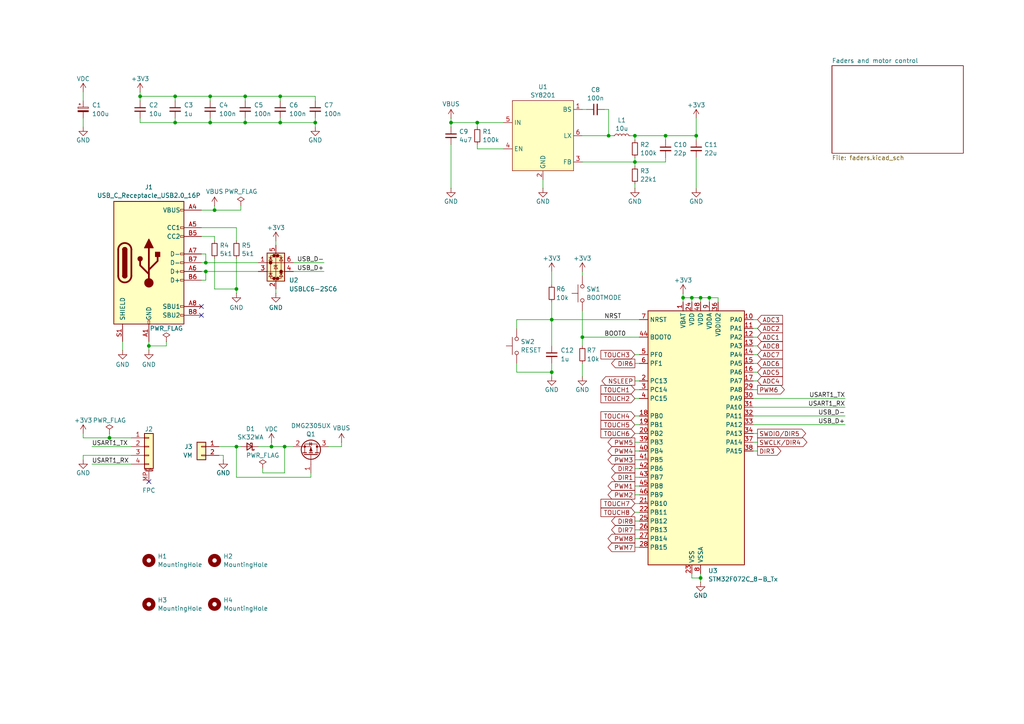
<source format=kicad_sch>
(kicad_sch
	(version 20231120)
	(generator "eeschema")
	(generator_version "8.0")
	(uuid "47ef7db7-299d-4f78-9abd-30c71fd4cb96")
	(paper "A4")
	
	(junction
		(at 184.15 46.99)
		(diameter 0)
		(color 0 0 0 0)
		(uuid "01ecb549-7397-4902-9db8-526b9ef2e10f")
	)
	(junction
		(at 198.12 86.36)
		(diameter 0)
		(color 0 0 0 0)
		(uuid "040aefeb-5635-4043-82f3-760ad7a5c51d")
	)
	(junction
		(at 82.55 129.54)
		(diameter 0)
		(color 0 0 0 0)
		(uuid "06ed763b-5b1e-4a17-b61e-e2328502e010")
	)
	(junction
		(at 60.96 27.94)
		(diameter 0)
		(color 0 0 0 0)
		(uuid "07184488-0111-4e55-8a0f-0eb8a8747fbd")
	)
	(junction
		(at 91.44 35.56)
		(diameter 0)
		(color 0 0 0 0)
		(uuid "0cd718ea-a0b6-4a33-9b60-19fa926a4ea2")
	)
	(junction
		(at 184.15 39.37)
		(diameter 0)
		(color 0 0 0 0)
		(uuid "123f1aca-5fed-4111-b372-06715b57391c")
	)
	(junction
		(at 193.04 39.37)
		(diameter 0)
		(color 0 0 0 0)
		(uuid "29f1da63-8519-4875-96e2-ad0de7237e10")
	)
	(junction
		(at 62.23 60.96)
		(diameter 0)
		(color 0 0 0 0)
		(uuid "306601c3-1595-411c-9f93-10d5258d28ee")
	)
	(junction
		(at 81.28 35.56)
		(diameter 0)
		(color 0 0 0 0)
		(uuid "39cdc67b-dbae-44f6-bc4b-e7d0856dc8b7")
	)
	(junction
		(at 50.8 35.56)
		(diameter 0)
		(color 0 0 0 0)
		(uuid "3d2bbb8f-def9-487f-b3ae-a50ddde70062")
	)
	(junction
		(at 201.93 39.37)
		(diameter 0)
		(color 0 0 0 0)
		(uuid "478ebd70-0f7f-42a5-b438-83c520885bf0")
	)
	(junction
		(at 43.18 100.33)
		(diameter 0)
		(color 0 0 0 0)
		(uuid "5a3b429f-a12f-42e3-b0ae-569bc1d3bfa6")
	)
	(junction
		(at 81.28 27.94)
		(diameter 0)
		(color 0 0 0 0)
		(uuid "629bf52f-84a2-4021-ab96-4f4da23e8915")
	)
	(junction
		(at 68.58 83.82)
		(diameter 0)
		(color 0 0 0 0)
		(uuid "83f128a0-169d-4028-92af-1cdfeb221cc1")
	)
	(junction
		(at 205.74 86.36)
		(diameter 0)
		(color 0 0 0 0)
		(uuid "86a980ba-66e5-465b-b69f-8451d386f49f")
	)
	(junction
		(at 31.75 127)
		(diameter 0)
		(color 0 0 0 0)
		(uuid "874e5432-9a67-4232-94c1-66745fa2f679")
	)
	(junction
		(at 59.69 78.74)
		(diameter 0)
		(color 0 0 0 0)
		(uuid "88162d80-e876-4146-9765-078de4014b80")
	)
	(junction
		(at 203.2 167.64)
		(diameter 0)
		(color 0 0 0 0)
		(uuid "8bc678b2-3aaa-4b86-92e6-787d89ccb432")
	)
	(junction
		(at 176.53 39.37)
		(diameter 0)
		(color 0 0 0 0)
		(uuid "8f47b7e6-5c9c-452d-8d36-b91df4c47515")
	)
	(junction
		(at 203.2 86.36)
		(diameter 0)
		(color 0 0 0 0)
		(uuid "939cfd2e-2173-40b7-8793-3feae710b8e7")
	)
	(junction
		(at 50.8 27.94)
		(diameter 0)
		(color 0 0 0 0)
		(uuid "951c9b82-52bd-44a7-899c-618b0fd2cdbd")
	)
	(junction
		(at 160.02 107.95)
		(diameter 0)
		(color 0 0 0 0)
		(uuid "9741f398-1597-4eba-8be9-e211c714a35b")
	)
	(junction
		(at 68.58 129.54)
		(diameter 0)
		(color 0 0 0 0)
		(uuid "99340852-5a06-4d08-992e-54d13338d665")
	)
	(junction
		(at 168.91 97.79)
		(diameter 0)
		(color 0 0 0 0)
		(uuid "9d35ba31-a2de-4070-b50b-ccd04af9ac64")
	)
	(junction
		(at 71.12 35.56)
		(diameter 0)
		(color 0 0 0 0)
		(uuid "9de75551-dc21-4d74-92f6-ca850f68ddd4")
	)
	(junction
		(at 59.69 76.2)
		(diameter 0)
		(color 0 0 0 0)
		(uuid "a8055bfa-504a-47fe-be20-24f356e35f58")
	)
	(junction
		(at 160.02 92.71)
		(diameter 0)
		(color 0 0 0 0)
		(uuid "aaea7034-170f-41f2-bb9f-4c661eefb2bd")
	)
	(junction
		(at 200.66 86.36)
		(diameter 0)
		(color 0 0 0 0)
		(uuid "aeb9a1ba-93d2-40b6-a24d-53221830b8af")
	)
	(junction
		(at 40.64 27.94)
		(diameter 0)
		(color 0 0 0 0)
		(uuid "b1a04391-444e-42e1-b221-a677030b7001")
	)
	(junction
		(at 71.12 27.94)
		(diameter 0)
		(color 0 0 0 0)
		(uuid "c8c11ba3-d292-4c2a-b335-4751e243ac87")
	)
	(junction
		(at 130.81 35.56)
		(diameter 0)
		(color 0 0 0 0)
		(uuid "e1fcd8df-4a59-4b91-95b6-5a2ceaa42b17")
	)
	(junction
		(at 78.74 129.54)
		(diameter 0)
		(color 0 0 0 0)
		(uuid "e6aa47ec-43d2-469e-9499-72de74f6f1a0")
	)
	(junction
		(at 138.43 35.56)
		(diameter 0)
		(color 0 0 0 0)
		(uuid "ea90c3cd-fca5-4a9e-8fef-bde255fcd196")
	)
	(junction
		(at 60.96 35.56)
		(diameter 0)
		(color 0 0 0 0)
		(uuid "ffec608c-ce52-4d2f-a63e-4c104b8d9867")
	)
	(no_connect
		(at 58.42 91.44)
		(uuid "34ac04b1-6152-449a-a975-33ab90760029")
	)
	(no_connect
		(at 43.18 139.7)
		(uuid "6beddf35-7b3b-44a1-afd0-7cf5129a1892")
	)
	(no_connect
		(at 58.42 88.9)
		(uuid "e1cbfa2b-f555-4b25-8eb8-1f167a2c0afa")
	)
	(wire
		(pts
			(xy 64.77 132.08) (xy 64.77 133.35)
		)
		(stroke
			(width 0)
			(type default)
		)
		(uuid "0048ad90-83bc-4d23-b958-9075c404bbb2")
	)
	(wire
		(pts
			(xy 40.64 27.94) (xy 50.8 27.94)
		)
		(stroke
			(width 0)
			(type default)
		)
		(uuid "01b31b82-1a41-4cb5-98a7-3fa2f080a861")
	)
	(wire
		(pts
			(xy 31.75 125.73) (xy 31.75 127)
		)
		(stroke
			(width 0)
			(type default)
		)
		(uuid "01cf38c0-c484-4f24-b3a9-b9a3678eb794")
	)
	(wire
		(pts
			(xy 78.74 129.54) (xy 82.55 129.54)
		)
		(stroke
			(width 0)
			(type default)
		)
		(uuid "02a3b9c6-d777-4594-ac05-958d1c2dcc6b")
	)
	(wire
		(pts
			(xy 168.91 97.79) (xy 168.91 100.33)
		)
		(stroke
			(width 0)
			(type default)
		)
		(uuid "041df7a9-8a46-43d8-b6b7-102f3387bf6f")
	)
	(wire
		(pts
			(xy 184.15 130.81) (xy 185.42 130.81)
		)
		(stroke
			(width 0)
			(type default)
		)
		(uuid "04d62428-0865-4c89-99dd-db4b9b812375")
	)
	(wire
		(pts
			(xy 71.12 34.29) (xy 71.12 35.56)
		)
		(stroke
			(width 0)
			(type default)
		)
		(uuid "061be30a-67db-4872-9608-fa2b87f2ca0f")
	)
	(wire
		(pts
			(xy 81.28 34.29) (xy 81.28 35.56)
		)
		(stroke
			(width 0)
			(type default)
		)
		(uuid "06212692-73e6-494b-af4c-cf3c4ea9d7bf")
	)
	(wire
		(pts
			(xy 81.28 35.56) (xy 91.44 35.56)
		)
		(stroke
			(width 0)
			(type default)
		)
		(uuid "06833611-1471-4b27-b271-8afabe33edf3")
	)
	(wire
		(pts
			(xy 90.17 137.16) (xy 90.17 138.43)
		)
		(stroke
			(width 0)
			(type default)
		)
		(uuid "0a507c12-4a4b-46eb-8040-a33f43c062b0")
	)
	(wire
		(pts
			(xy 149.86 105.41) (xy 149.86 107.95)
		)
		(stroke
			(width 0)
			(type default)
		)
		(uuid "0b0cda31-54b5-4226-9fd9-9e9e51da0f7d")
	)
	(wire
		(pts
			(xy 63.5 132.08) (xy 64.77 132.08)
		)
		(stroke
			(width 0)
			(type default)
		)
		(uuid "0c8ed0b2-de2a-4ca2-8ce2-3179a1f1d09e")
	)
	(wire
		(pts
			(xy 149.86 107.95) (xy 160.02 107.95)
		)
		(stroke
			(width 0)
			(type default)
		)
		(uuid "0d309a18-7775-455b-ae98-950939d89c6e")
	)
	(wire
		(pts
			(xy 68.58 129.54) (xy 69.85 129.54)
		)
		(stroke
			(width 0)
			(type default)
		)
		(uuid "0e6cb037-21c1-4f08-af4b-ce5d3470104e")
	)
	(wire
		(pts
			(xy 184.15 148.59) (xy 185.42 148.59)
		)
		(stroke
			(width 0)
			(type default)
		)
		(uuid "0eeb34cb-61f2-483b-82b1-1766b3eb5f84")
	)
	(wire
		(pts
			(xy 184.15 105.41) (xy 185.42 105.41)
		)
		(stroke
			(width 0)
			(type default)
		)
		(uuid "0faa8a7b-776d-4e56-aa33-cb9ccfeca810")
	)
	(wire
		(pts
			(xy 58.42 78.74) (xy 59.69 78.74)
		)
		(stroke
			(width 0)
			(type default)
		)
		(uuid "10186dba-eddb-4727-a7a0-cc4d99111848")
	)
	(wire
		(pts
			(xy 193.04 39.37) (xy 201.93 39.37)
		)
		(stroke
			(width 0)
			(type default)
		)
		(uuid "147455c7-f55c-4397-aacf-0d671a54b7a1")
	)
	(wire
		(pts
			(xy 62.23 59.69) (xy 62.23 60.96)
		)
		(stroke
			(width 0)
			(type default)
		)
		(uuid "18cd0b6a-4469-4514-b265-bb7aac67e768")
	)
	(wire
		(pts
			(xy 31.75 127) (xy 38.1 127)
		)
		(stroke
			(width 0)
			(type default)
		)
		(uuid "18fc09cf-b4aa-4aa0-b16c-d5f9e3a8aeae")
	)
	(wire
		(pts
			(xy 99.06 128.27) (xy 99.06 129.54)
		)
		(stroke
			(width 0)
			(type default)
		)
		(uuid "199175a7-82a8-454a-b79c-4c6f348d8356")
	)
	(wire
		(pts
			(xy 58.42 66.04) (xy 68.58 66.04)
		)
		(stroke
			(width 0)
			(type default)
		)
		(uuid "1f21ce92-2107-4f6d-a1c8-e047e8b0b647")
	)
	(wire
		(pts
			(xy 81.28 27.94) (xy 91.44 27.94)
		)
		(stroke
			(width 0)
			(type default)
		)
		(uuid "2434cc48-e2e8-4d71-a181-3cafdb7c62d7")
	)
	(wire
		(pts
			(xy 24.13 26.67) (xy 24.13 29.21)
		)
		(stroke
			(width 0)
			(type default)
		)
		(uuid "24ec5f5b-87fa-4940-ac7e-5faf5a8a70f3")
	)
	(wire
		(pts
			(xy 203.2 86.36) (xy 203.2 87.63)
		)
		(stroke
			(width 0)
			(type default)
		)
		(uuid "2648eafd-6e5f-4004-9095-ac7a69dc4fad")
	)
	(wire
		(pts
			(xy 48.26 99.06) (xy 48.26 100.33)
		)
		(stroke
			(width 0)
			(type default)
		)
		(uuid "27abd8b6-742d-4eb3-ab1e-50776d161871")
	)
	(wire
		(pts
			(xy 218.44 113.03) (xy 219.71 113.03)
		)
		(stroke
			(width 0)
			(type default)
		)
		(uuid "2b269f28-cc09-448e-bfec-a0cbd2540710")
	)
	(wire
		(pts
			(xy 184.15 151.13) (xy 185.42 151.13)
		)
		(stroke
			(width 0)
			(type default)
		)
		(uuid "2e63f24f-d3e6-4cd1-90ec-19e56361ed91")
	)
	(wire
		(pts
			(xy 203.2 166.37) (xy 203.2 167.64)
		)
		(stroke
			(width 0)
			(type default)
		)
		(uuid "2eaf0a90-188f-4fc5-8bbd-a9aac8cc5696")
	)
	(wire
		(pts
			(xy 201.93 45.72) (xy 201.93 54.61)
		)
		(stroke
			(width 0)
			(type default)
		)
		(uuid "2f054bbe-20c2-42d5-bbcf-a64bbba01a52")
	)
	(wire
		(pts
			(xy 85.09 76.2) (xy 93.98 76.2)
		)
		(stroke
			(width 0)
			(type default)
		)
		(uuid "3060fea5-6e64-423a-aa09-3424c16a4380")
	)
	(wire
		(pts
			(xy 130.81 35.56) (xy 130.81 36.83)
		)
		(stroke
			(width 0)
			(type default)
		)
		(uuid "35ba4859-37bb-4288-9592-1ca41ebc1dd0")
	)
	(wire
		(pts
			(xy 58.42 60.96) (xy 62.23 60.96)
		)
		(stroke
			(width 0)
			(type default)
		)
		(uuid "3607ce74-728c-4683-b8e0-0a95aec4bfe2")
	)
	(wire
		(pts
			(xy 91.44 34.29) (xy 91.44 35.56)
		)
		(stroke
			(width 0)
			(type default)
		)
		(uuid "3666ceed-0ddb-4136-9bb1-1cdf5100b893")
	)
	(wire
		(pts
			(xy 62.23 68.58) (xy 62.23 69.85)
		)
		(stroke
			(width 0)
			(type default)
		)
		(uuid "384c2752-6bd4-478a-8656-099f83299d41")
	)
	(wire
		(pts
			(xy 184.15 115.57) (xy 185.42 115.57)
		)
		(stroke
			(width 0)
			(type default)
		)
		(uuid "3c341e09-318c-43ec-89a3-9cfdc5ee5186")
	)
	(wire
		(pts
			(xy 201.93 39.37) (xy 201.93 34.29)
		)
		(stroke
			(width 0)
			(type default)
		)
		(uuid "3d9ad24f-7ff7-4756-940c-e3c29f64722f")
	)
	(wire
		(pts
			(xy 184.15 113.03) (xy 185.42 113.03)
		)
		(stroke
			(width 0)
			(type default)
		)
		(uuid "3e21f81f-c760-4c68-9396-0fc9c4065f1d")
	)
	(wire
		(pts
			(xy 78.74 128.27) (xy 78.74 129.54)
		)
		(stroke
			(width 0)
			(type default)
		)
		(uuid "3f1082ef-7361-4d7f-8aad-85705cb3ead8")
	)
	(wire
		(pts
			(xy 203.2 167.64) (xy 203.2 168.91)
		)
		(stroke
			(width 0)
			(type default)
		)
		(uuid "401d4367-61bf-4fbc-bada-b9542db0119b")
	)
	(wire
		(pts
			(xy 130.81 35.56) (xy 138.43 35.56)
		)
		(stroke
			(width 0)
			(type default)
		)
		(uuid "407d23ed-f466-45fc-955c-5c4411afacb9")
	)
	(wire
		(pts
			(xy 43.18 100.33) (xy 43.18 101.6)
		)
		(stroke
			(width 0)
			(type default)
		)
		(uuid "432eb8e1-4bb4-4738-a6d2-c22cfd6a048f")
	)
	(wire
		(pts
			(xy 82.55 137.16) (xy 82.55 129.54)
		)
		(stroke
			(width 0)
			(type default)
		)
		(uuid "443dbc95-7d23-4951-8f1e-56b975802fed")
	)
	(wire
		(pts
			(xy 50.8 35.56) (xy 60.96 35.56)
		)
		(stroke
			(width 0)
			(type default)
		)
		(uuid "4b72cc0c-3552-4aaf-b9f6-c29d4053f08f")
	)
	(wire
		(pts
			(xy 68.58 138.43) (xy 90.17 138.43)
		)
		(stroke
			(width 0)
			(type default)
		)
		(uuid "4c49f2fd-5af4-4ae9-9840-9820dee2b2fd")
	)
	(wire
		(pts
			(xy 184.15 125.73) (xy 185.42 125.73)
		)
		(stroke
			(width 0)
			(type default)
		)
		(uuid "4cdf7558-dcfe-4c7e-8382-892972d57984")
	)
	(wire
		(pts
			(xy 76.2 135.89) (xy 76.2 137.16)
		)
		(stroke
			(width 0)
			(type default)
		)
		(uuid "4f5ade44-8174-4f44-9ca3-ebc905047fca")
	)
	(wire
		(pts
			(xy 208.28 87.63) (xy 208.28 86.36)
		)
		(stroke
			(width 0)
			(type default)
		)
		(uuid "51dd7b7d-5eda-4e12-9c37-480c9f5fad13")
	)
	(wire
		(pts
			(xy 198.12 86.36) (xy 200.66 86.36)
		)
		(stroke
			(width 0)
			(type default)
		)
		(uuid "54784272-d671-432e-b766-91082b058b18")
	)
	(wire
		(pts
			(xy 58.42 73.66) (xy 59.69 73.66)
		)
		(stroke
			(width 0)
			(type default)
		)
		(uuid "55d0fa8c-b5f6-4de4-ae5d-8ef5a95b30b5")
	)
	(wire
		(pts
			(xy 62.23 60.96) (xy 69.85 60.96)
		)
		(stroke
			(width 0)
			(type default)
		)
		(uuid "5857f32e-4066-46e1-b3b1-7829571a5a36")
	)
	(wire
		(pts
			(xy 68.58 66.04) (xy 68.58 69.85)
		)
		(stroke
			(width 0)
			(type default)
		)
		(uuid "5881e0e1-abce-4b71-acdd-76b9bf40ad29")
	)
	(wire
		(pts
			(xy 68.58 85.09) (xy 68.58 83.82)
		)
		(stroke
			(width 0)
			(type default)
		)
		(uuid "5965530b-018b-4a93-b8dc-48a767bef16a")
	)
	(wire
		(pts
			(xy 24.13 125.73) (xy 24.13 127)
		)
		(stroke
			(width 0)
			(type default)
		)
		(uuid "5b039e59-f332-489a-94ce-25f58b432a02")
	)
	(wire
		(pts
			(xy 82.55 129.54) (xy 85.09 129.54)
		)
		(stroke
			(width 0)
			(type default)
		)
		(uuid "5c6f3a22-bcb3-401e-8d17-0eb4b4b040ba")
	)
	(wire
		(pts
			(xy 184.15 46.99) (xy 184.15 48.26)
		)
		(stroke
			(width 0)
			(type default)
		)
		(uuid "5d0f83c8-1220-4967-a04f-b8b1a958b625")
	)
	(wire
		(pts
			(xy 60.96 35.56) (xy 71.12 35.56)
		)
		(stroke
			(width 0)
			(type default)
		)
		(uuid "5fae56fc-4188-478c-be4f-680ddf84875b")
	)
	(wire
		(pts
			(xy 138.43 43.18) (xy 146.05 43.18)
		)
		(stroke
			(width 0)
			(type default)
		)
		(uuid "5ff5f9eb-fcf8-445c-8b70-66da854e37e9")
	)
	(wire
		(pts
			(xy 85.09 78.74) (xy 93.98 78.74)
		)
		(stroke
			(width 0)
			(type default)
		)
		(uuid "60ab488b-6e41-4545-807f-dc53fd729dc4")
	)
	(wire
		(pts
			(xy 193.04 39.37) (xy 193.04 40.64)
		)
		(stroke
			(width 0)
			(type default)
		)
		(uuid "64011de7-7760-4ec3-ae34-0f6b20f93192")
	)
	(wire
		(pts
			(xy 62.23 74.93) (xy 62.23 83.82)
		)
		(stroke
			(width 0)
			(type default)
		)
		(uuid "64e31f6c-0edd-40c0-963a-98dc54e1af17")
	)
	(wire
		(pts
			(xy 182.88 39.37) (xy 184.15 39.37)
		)
		(stroke
			(width 0)
			(type default)
		)
		(uuid "65b54cdc-4e1f-4533-a2d5-cf29a46b6611")
	)
	(wire
		(pts
			(xy 168.91 97.79) (xy 185.42 97.79)
		)
		(stroke
			(width 0)
			(type default)
		)
		(uuid "6833933d-53c3-4bdf-9156-5d84b7c96577")
	)
	(wire
		(pts
			(xy 184.15 138.43) (xy 185.42 138.43)
		)
		(stroke
			(width 0)
			(type default)
		)
		(uuid "68f8452a-f130-4b79-aa73-76325a5cdb18")
	)
	(wire
		(pts
			(xy 24.13 127) (xy 31.75 127)
		)
		(stroke
			(width 0)
			(type default)
		)
		(uuid "6921b631-7bbd-4688-9160-2f698aa4926a")
	)
	(wire
		(pts
			(xy 71.12 27.94) (xy 71.12 29.21)
		)
		(stroke
			(width 0)
			(type default)
		)
		(uuid "6cc492c8-1cce-4c93-b91a-715f11802443")
	)
	(wire
		(pts
			(xy 184.15 45.72) (xy 184.15 46.99)
		)
		(stroke
			(width 0)
			(type default)
		)
		(uuid "6f8af875-0f2e-4e98-940d-a16a4545d17f")
	)
	(wire
		(pts
			(xy 168.91 46.99) (xy 184.15 46.99)
		)
		(stroke
			(width 0)
			(type default)
		)
		(uuid "70120d0e-3cf3-4039-8d79-4d394f8ff45d")
	)
	(wire
		(pts
			(xy 59.69 76.2) (xy 74.93 76.2)
		)
		(stroke
			(width 0)
			(type default)
		)
		(uuid "716898b5-ca9c-442c-a1f5-27c43cc25ccb")
	)
	(wire
		(pts
			(xy 160.02 92.71) (xy 149.86 92.71)
		)
		(stroke
			(width 0)
			(type default)
		)
		(uuid "7427ba6a-a1c1-4906-92f2-16c0cb19e43f")
	)
	(wire
		(pts
			(xy 80.01 83.82) (xy 80.01 85.09)
		)
		(stroke
			(width 0)
			(type default)
		)
		(uuid "77d3f894-28ff-463d-a6f8-a68dda1fee20")
	)
	(wire
		(pts
			(xy 205.74 86.36) (xy 205.74 87.63)
		)
		(stroke
			(width 0)
			(type default)
		)
		(uuid "7ab6beae-b7a2-484b-a598-eb789154dade")
	)
	(wire
		(pts
			(xy 203.2 86.36) (xy 205.74 86.36)
		)
		(stroke
			(width 0)
			(type default)
		)
		(uuid "7bf4308e-f756-4772-b742-40294becee4f")
	)
	(wire
		(pts
			(xy 60.96 27.94) (xy 60.96 29.21)
		)
		(stroke
			(width 0)
			(type default)
		)
		(uuid "7c05c1ff-7a74-406e-b643-dd3ee16a7084")
	)
	(wire
		(pts
			(xy 184.15 39.37) (xy 184.15 40.64)
		)
		(stroke
			(width 0)
			(type default)
		)
		(uuid "7c544ad1-a709-4ad9-a1e9-7c1afc636155")
	)
	(wire
		(pts
			(xy 184.15 135.89) (xy 185.42 135.89)
		)
		(stroke
			(width 0)
			(type default)
		)
		(uuid "7c8de7df-36c1-4ab8-b21c-e650e393af7d")
	)
	(wire
		(pts
			(xy 184.15 128.27) (xy 185.42 128.27)
		)
		(stroke
			(width 0)
			(type default)
		)
		(uuid "7c980c14-b265-441a-960f-6dc1ab323cbc")
	)
	(wire
		(pts
			(xy 160.02 105.41) (xy 160.02 107.95)
		)
		(stroke
			(width 0)
			(type default)
		)
		(uuid "7d5bb250-de93-4e83-9934-976c2ee2d171")
	)
	(wire
		(pts
			(xy 184.15 123.19) (xy 185.42 123.19)
		)
		(stroke
			(width 0)
			(type default)
		)
		(uuid "7f010d39-8a2a-4557-b411-743a1095f9dc")
	)
	(wire
		(pts
			(xy 184.15 120.65) (xy 185.42 120.65)
		)
		(stroke
			(width 0)
			(type default)
		)
		(uuid "7f0833dc-990e-4daa-a180-407ed4377967")
	)
	(wire
		(pts
			(xy 200.66 86.36) (xy 203.2 86.36)
		)
		(stroke
			(width 0)
			(type default)
		)
		(uuid "7f223536-652d-426f-bb8f-ebe3151c9a1f")
	)
	(wire
		(pts
			(xy 59.69 81.28) (xy 59.69 78.74)
		)
		(stroke
			(width 0)
			(type default)
		)
		(uuid "7f3698cf-6291-45f9-b4e6-f6e82a1dbeac")
	)
	(wire
		(pts
			(xy 138.43 35.56) (xy 138.43 36.83)
		)
		(stroke
			(width 0)
			(type default)
		)
		(uuid "84a5567d-6f5c-4912-9451-fe9c27384491")
	)
	(wire
		(pts
			(xy 168.91 90.17) (xy 168.91 97.79)
		)
		(stroke
			(width 0)
			(type default)
		)
		(uuid "861ad518-43d3-4bfc-9bab-b2469456a41f")
	)
	(wire
		(pts
			(xy 168.91 31.75) (xy 170.18 31.75)
		)
		(stroke
			(width 0)
			(type default)
		)
		(uuid "86bd337e-9433-44c6-bc6f-a0aafc51bbdb")
	)
	(wire
		(pts
			(xy 130.81 34.29) (xy 130.81 35.56)
		)
		(stroke
			(width 0)
			(type default)
		)
		(uuid "874f4750-c39e-4b7e-8a00-835e58a9ed80")
	)
	(wire
		(pts
			(xy 218.44 95.25) (xy 219.71 95.25)
		)
		(stroke
			(width 0)
			(type default)
		)
		(uuid "875edc13-607e-4093-b201-3228dfb1de89")
	)
	(wire
		(pts
			(xy 160.02 87.63) (xy 160.02 92.71)
		)
		(stroke
			(width 0)
			(type default)
		)
		(uuid "89bfbd7c-a446-4ad7-879d-8f37f8aad056")
	)
	(wire
		(pts
			(xy 24.13 132.08) (xy 24.13 133.35)
		)
		(stroke
			(width 0)
			(type default)
		)
		(uuid "8c4eac7f-f793-4362-a7dd-b75349b5af14")
	)
	(wire
		(pts
			(xy 176.53 31.75) (xy 176.53 39.37)
		)
		(stroke
			(width 0)
			(type default)
		)
		(uuid "8c798fd9-eeb6-4dde-9671-650658f905da")
	)
	(wire
		(pts
			(xy 184.15 39.37) (xy 193.04 39.37)
		)
		(stroke
			(width 0)
			(type default)
		)
		(uuid "90180508-8b07-4083-a19f-450954a5177a")
	)
	(wire
		(pts
			(xy 218.44 125.73) (xy 219.71 125.73)
		)
		(stroke
			(width 0)
			(type default)
		)
		(uuid "90693952-ddff-4916-ba9c-c587b5d8b3ce")
	)
	(wire
		(pts
			(xy 160.02 107.95) (xy 160.02 109.22)
		)
		(stroke
			(width 0)
			(type default)
		)
		(uuid "914f002c-23fe-4d0d-8afa-6f607218c0db")
	)
	(wire
		(pts
			(xy 184.15 140.97) (xy 185.42 140.97)
		)
		(stroke
			(width 0)
			(type default)
		)
		(uuid "91c2e16a-f8a9-4107-92d9-ad18aa841955")
	)
	(wire
		(pts
			(xy 205.74 86.36) (xy 208.28 86.36)
		)
		(stroke
			(width 0)
			(type default)
		)
		(uuid "94333956-7134-4104-a16e-0dc9f3621df7")
	)
	(wire
		(pts
			(xy 69.85 59.69) (xy 69.85 60.96)
		)
		(stroke
			(width 0)
			(type default)
		)
		(uuid "95565fbf-38c1-4760-b5b3-8b6624f5872a")
	)
	(wire
		(pts
			(xy 184.15 146.05) (xy 185.42 146.05)
		)
		(stroke
			(width 0)
			(type default)
		)
		(uuid "98410376-bd60-46ee-b324-a2935711fcfa")
	)
	(wire
		(pts
			(xy 68.58 138.43) (xy 68.58 129.54)
		)
		(stroke
			(width 0)
			(type default)
		)
		(uuid "99197383-3adf-4ec5-aae4-aae8a4cc7041")
	)
	(wire
		(pts
			(xy 71.12 35.56) (xy 81.28 35.56)
		)
		(stroke
			(width 0)
			(type default)
		)
		(uuid "9a831e28-5873-452d-84a0-fda31d2d4bc2")
	)
	(wire
		(pts
			(xy 50.8 34.29) (xy 50.8 35.56)
		)
		(stroke
			(width 0)
			(type default)
		)
		(uuid "9a966c3a-737b-48bc-9f18-6e38f543bf5e")
	)
	(wire
		(pts
			(xy 26.67 129.54) (xy 38.1 129.54)
		)
		(stroke
			(width 0)
			(type default)
		)
		(uuid "9b5d2a4c-6de7-4cce-9b21-7827e6424ca7")
	)
	(wire
		(pts
			(xy 50.8 27.94) (xy 50.8 29.21)
		)
		(stroke
			(width 0)
			(type default)
		)
		(uuid "9d9c2b01-8051-4697-aa2d-78b770e83a2d")
	)
	(wire
		(pts
			(xy 184.15 143.51) (xy 185.42 143.51)
		)
		(stroke
			(width 0)
			(type default)
		)
		(uuid "a0d9fd43-59a1-4e4f-ab8a-e3b90a24cf85")
	)
	(wire
		(pts
			(xy 160.02 92.71) (xy 160.02 100.33)
		)
		(stroke
			(width 0)
			(type default)
		)
		(uuid "a29c03e6-a983-424a-af01-f726d3ccc997")
	)
	(wire
		(pts
			(xy 40.64 35.56) (xy 50.8 35.56)
		)
		(stroke
			(width 0)
			(type default)
		)
		(uuid "a3703c23-6d5a-49e8-8dc9-e6b8c499608d")
	)
	(wire
		(pts
			(xy 184.15 53.34) (xy 184.15 54.61)
		)
		(stroke
			(width 0)
			(type default)
		)
		(uuid "a3ee96f5-7cea-41d5-bfec-4c2b6ab7cb2e")
	)
	(wire
		(pts
			(xy 198.12 86.36) (xy 198.12 87.63)
		)
		(stroke
			(width 0)
			(type default)
		)
		(uuid "a4cfc726-718e-4d25-bf58-ac4f4272f13b")
	)
	(wire
		(pts
			(xy 149.86 92.71) (xy 149.86 95.25)
		)
		(stroke
			(width 0)
			(type default)
		)
		(uuid "a4e582ea-ff20-46bd-b3d0-f4e8869477b2")
	)
	(wire
		(pts
			(xy 218.44 100.33) (xy 219.71 100.33)
		)
		(stroke
			(width 0)
			(type default)
		)
		(uuid "a50cae7c-7f07-46eb-b5cc-045c4e4a5798")
	)
	(wire
		(pts
			(xy 218.44 110.49) (xy 219.71 110.49)
		)
		(stroke
			(width 0)
			(type default)
		)
		(uuid "a56bae1b-1fca-4067-a155-f76d816b5b97")
	)
	(wire
		(pts
			(xy 218.44 105.41) (xy 219.71 105.41)
		)
		(stroke
			(width 0)
			(type default)
		)
		(uuid "a796efc0-f9cb-4d6e-9e4c-398d53367cce")
	)
	(wire
		(pts
			(xy 59.69 76.2) (xy 59.69 73.66)
		)
		(stroke
			(width 0)
			(type default)
		)
		(uuid "aaae5aa0-8cf3-48ef-bc04-3da57dc49321")
	)
	(wire
		(pts
			(xy 40.64 34.29) (xy 40.64 35.56)
		)
		(stroke
			(width 0)
			(type default)
		)
		(uuid "ab0a616b-b6cc-4318-84fb-36c9e1869a16")
	)
	(wire
		(pts
			(xy 218.44 115.57) (xy 245.11 115.57)
		)
		(stroke
			(width 0)
			(type default)
		)
		(uuid "abb054ca-058b-42b1-ade5-3c9c86fee476")
	)
	(wire
		(pts
			(xy 200.66 166.37) (xy 200.66 167.64)
		)
		(stroke
			(width 0)
			(type default)
		)
		(uuid "ac9acd9a-5201-4421-b6f7-886144f99c2d")
	)
	(wire
		(pts
			(xy 43.18 99.06) (xy 43.18 100.33)
		)
		(stroke
			(width 0)
			(type default)
		)
		(uuid "addf122d-dca8-4fbd-bebf-7c08cb4b2baf")
	)
	(wire
		(pts
			(xy 168.91 105.41) (xy 168.91 109.22)
		)
		(stroke
			(width 0)
			(type default)
		)
		(uuid "b0d13a4e-569a-4ab6-ac58-529d27131a9f")
	)
	(wire
		(pts
			(xy 58.42 76.2) (xy 59.69 76.2)
		)
		(stroke
			(width 0)
			(type default)
		)
		(uuid "b1cebb67-1693-44c1-822c-9b7962491d93")
	)
	(wire
		(pts
			(xy 35.56 99.06) (xy 35.56 101.6)
		)
		(stroke
			(width 0)
			(type default)
		)
		(uuid "b2c13478-4c1d-4e8c-8793-76f992c66af2")
	)
	(wire
		(pts
			(xy 40.64 26.67) (xy 40.64 27.94)
		)
		(stroke
			(width 0)
			(type default)
		)
		(uuid "b2d8327d-80e5-4c85-a6c1-352552bf4a29")
	)
	(wire
		(pts
			(xy 24.13 132.08) (xy 38.1 132.08)
		)
		(stroke
			(width 0)
			(type default)
		)
		(uuid "b31aab92-a963-4f1e-b6c4-f7fa2534030e")
	)
	(wire
		(pts
			(xy 185.42 92.71) (xy 160.02 92.71)
		)
		(stroke
			(width 0)
			(type default)
		)
		(uuid "b3e0f214-c80d-4516-9912-79173a439b00")
	)
	(wire
		(pts
			(xy 63.5 129.54) (xy 68.58 129.54)
		)
		(stroke
			(width 0)
			(type default)
		)
		(uuid "b522f5e0-14f6-45d2-9cbd-5fd570a6e2ba")
	)
	(wire
		(pts
			(xy 218.44 130.81) (xy 219.71 130.81)
		)
		(stroke
			(width 0)
			(type default)
		)
		(uuid "b53dc3cb-f2c0-42fc-9687-ee3637cd0267")
	)
	(wire
		(pts
			(xy 130.81 41.91) (xy 130.81 54.61)
		)
		(stroke
			(width 0)
			(type default)
		)
		(uuid "b5b15c10-015d-42a6-8252-d5aae9c39d13")
	)
	(wire
		(pts
			(xy 50.8 27.94) (xy 60.96 27.94)
		)
		(stroke
			(width 0)
			(type default)
		)
		(uuid "b5e0856f-a8ef-48cc-bed2-ccf2118651f7")
	)
	(wire
		(pts
			(xy 58.42 68.58) (xy 62.23 68.58)
		)
		(stroke
			(width 0)
			(type default)
		)
		(uuid "b60b66fc-20fc-4041-a6c2-fd706951bc80")
	)
	(wire
		(pts
			(xy 218.44 107.95) (xy 219.71 107.95)
		)
		(stroke
			(width 0)
			(type default)
		)
		(uuid "ba316e23-05c3-46bc-bc41-3c4bf2541f6a")
	)
	(wire
		(pts
			(xy 218.44 92.71) (xy 219.71 92.71)
		)
		(stroke
			(width 0)
			(type default)
		)
		(uuid "ba399fd7-bf23-4898-aa1b-87b2586cd98a")
	)
	(wire
		(pts
			(xy 176.53 39.37) (xy 177.8 39.37)
		)
		(stroke
			(width 0)
			(type default)
		)
		(uuid "bbcb419b-e1dc-4895-bde1-f5b12ab46cf4")
	)
	(wire
		(pts
			(xy 184.15 110.49) (xy 185.42 110.49)
		)
		(stroke
			(width 0)
			(type default)
		)
		(uuid "bd12d411-df0a-4c17-bbdb-cc80b7ac80f4")
	)
	(wire
		(pts
			(xy 68.58 74.93) (xy 68.58 83.82)
		)
		(stroke
			(width 0)
			(type default)
		)
		(uuid "beeed78d-4b8f-479f-bb3b-868ce7a6b828")
	)
	(wire
		(pts
			(xy 76.2 137.16) (xy 82.55 137.16)
		)
		(stroke
			(width 0)
			(type default)
		)
		(uuid "c0abebcf-c6b7-4ca8-aaf2-221fde1e2665")
	)
	(wire
		(pts
			(xy 81.28 27.94) (xy 81.28 29.21)
		)
		(stroke
			(width 0)
			(type default)
		)
		(uuid "c1d5fb0a-2ee2-448c-97a7-41348809e0ef")
	)
	(wire
		(pts
			(xy 60.96 27.94) (xy 71.12 27.94)
		)
		(stroke
			(width 0)
			(type default)
		)
		(uuid "c4444a78-c09a-48d2-83c9-abf25a9e7178")
	)
	(wire
		(pts
			(xy 218.44 120.65) (xy 245.11 120.65)
		)
		(stroke
			(width 0)
			(type default)
		)
		(uuid "c69039b3-4290-45a4-a4bc-0777216ca679")
	)
	(wire
		(pts
			(xy 201.93 39.37) (xy 201.93 40.64)
		)
		(stroke
			(width 0)
			(type default)
		)
		(uuid "c6cfcb3a-730b-4658-8431-63793c63b7e9")
	)
	(wire
		(pts
			(xy 168.91 78.74) (xy 168.91 80.01)
		)
		(stroke
			(width 0)
			(type default)
		)
		(uuid "c89d1af5-285b-41d5-9d26-c79c91f317da")
	)
	(wire
		(pts
			(xy 184.15 102.87) (xy 185.42 102.87)
		)
		(stroke
			(width 0)
			(type default)
		)
		(uuid "c8c4c15d-0790-4ac9-83b8-a67676c53e36")
	)
	(wire
		(pts
			(xy 60.96 34.29) (xy 60.96 35.56)
		)
		(stroke
			(width 0)
			(type default)
		)
		(uuid "c90a3c9e-5779-4c28-8b99-01e481052021")
	)
	(wire
		(pts
			(xy 91.44 29.21) (xy 91.44 27.94)
		)
		(stroke
			(width 0)
			(type default)
		)
		(uuid "ca41b0ac-62cf-4c1d-879b-4c6e006d464c")
	)
	(wire
		(pts
			(xy 58.42 81.28) (xy 59.69 81.28)
		)
		(stroke
			(width 0)
			(type default)
		)
		(uuid "cd3ea629-628c-40e2-ad92-f01c904970ee")
	)
	(wire
		(pts
			(xy 138.43 35.56) (xy 146.05 35.56)
		)
		(stroke
			(width 0)
			(type default)
		)
		(uuid "cea5eecc-2938-4b0d-a346-e76e54e48f7e")
	)
	(wire
		(pts
			(xy 184.15 158.75) (xy 185.42 158.75)
		)
		(stroke
			(width 0)
			(type default)
		)
		(uuid "cfa50b5f-6974-49cf-86bd-b8685d1dfa51")
	)
	(wire
		(pts
			(xy 157.48 52.07) (xy 157.48 54.61)
		)
		(stroke
			(width 0)
			(type default)
		)
		(uuid "d36098b2-a7f5-4adc-8135-9c422fb8a915")
	)
	(wire
		(pts
			(xy 80.01 69.85) (xy 80.01 71.12)
		)
		(stroke
			(width 0)
			(type default)
		)
		(uuid "d3946505-803e-4ad4-8955-84cc507dab34")
	)
	(wire
		(pts
			(xy 184.15 133.35) (xy 185.42 133.35)
		)
		(stroke
			(width 0)
			(type default)
		)
		(uuid "d438d665-5406-4492-b533-9018d17493df")
	)
	(wire
		(pts
			(xy 184.15 153.67) (xy 185.42 153.67)
		)
		(stroke
			(width 0)
			(type default)
		)
		(uuid "d451d7fb-018d-4f76-bf4e-dd58153f1429")
	)
	(wire
		(pts
			(xy 74.93 129.54) (xy 78.74 129.54)
		)
		(stroke
			(width 0)
			(type default)
		)
		(uuid "d7545b7f-63a6-4383-b867-9c4fa376df63")
	)
	(wire
		(pts
			(xy 198.12 85.09) (xy 198.12 86.36)
		)
		(stroke
			(width 0)
			(type default)
		)
		(uuid "d7a0867e-25e2-4f4a-b692-5d05a8a8cb8b")
	)
	(wire
		(pts
			(xy 40.64 27.94) (xy 40.64 29.21)
		)
		(stroke
			(width 0)
			(type default)
		)
		(uuid "d7c3c501-d9d5-416b-876c-f6690989102e")
	)
	(wire
		(pts
			(xy 68.58 83.82) (xy 62.23 83.82)
		)
		(stroke
			(width 0)
			(type default)
		)
		(uuid "d827e24d-e23e-4330-93fa-1f6948d473bd")
	)
	(wire
		(pts
			(xy 200.66 167.64) (xy 203.2 167.64)
		)
		(stroke
			(width 0)
			(type default)
		)
		(uuid "d8627c18-0e9a-4967-862d-00456659de3c")
	)
	(wire
		(pts
			(xy 99.06 129.54) (xy 95.25 129.54)
		)
		(stroke
			(width 0)
			(type default)
		)
		(uuid "da00f806-c4ac-4c60-8178-b0d4aaad2fb4")
	)
	(wire
		(pts
			(xy 168.91 39.37) (xy 176.53 39.37)
		)
		(stroke
			(width 0)
			(type default)
		)
		(uuid "dca1bb94-ccc3-4f4f-a840-dd1e1c01d6a2")
	)
	(wire
		(pts
			(xy 184.15 156.21) (xy 185.42 156.21)
		)
		(stroke
			(width 0)
			(type default)
		)
		(uuid "de6ee751-0aae-4e9c-a508-5710a1ec8ffd")
	)
	(wire
		(pts
			(xy 218.44 128.27) (xy 219.71 128.27)
		)
		(stroke
			(width 0)
			(type default)
		)
		(uuid "dedd53a9-4051-4827-be3e-aa4afda71baf")
	)
	(wire
		(pts
			(xy 160.02 78.74) (xy 160.02 82.55)
		)
		(stroke
			(width 0)
			(type default)
		)
		(uuid "e0080456-2550-470b-a36c-44e9823fd8bc")
	)
	(wire
		(pts
			(xy 193.04 45.72) (xy 193.04 46.99)
		)
		(stroke
			(width 0)
			(type default)
		)
		(uuid "e2de3a9d-0894-4dcb-be96-41d17bfaf58a")
	)
	(wire
		(pts
			(xy 218.44 102.87) (xy 219.71 102.87)
		)
		(stroke
			(width 0)
			(type default)
		)
		(uuid "e45aa2b1-d2d1-4b3f-9a7a-c98d973469b6")
	)
	(wire
		(pts
			(xy 48.26 100.33) (xy 43.18 100.33)
		)
		(stroke
			(width 0)
			(type default)
		)
		(uuid "e7ea2e25-6e5f-4e5e-82bc-64616529282e")
	)
	(wire
		(pts
			(xy 138.43 41.91) (xy 138.43 43.18)
		)
		(stroke
			(width 0)
			(type default)
		)
		(uuid "e81e3824-13de-49c9-9d7b-2ab43094ce5e")
	)
	(wire
		(pts
			(xy 218.44 97.79) (xy 219.71 97.79)
		)
		(stroke
			(width 0)
			(type default)
		)
		(uuid "e994e198-c09e-4f63-9073-2065bb03863c")
	)
	(wire
		(pts
			(xy 218.44 118.11) (xy 245.11 118.11)
		)
		(stroke
			(width 0)
			(type default)
		)
		(uuid "f1698acc-980c-4690-a637-6cf6dfbb06a6")
	)
	(wire
		(pts
			(xy 200.66 86.36) (xy 200.66 87.63)
		)
		(stroke
			(width 0)
			(type default)
		)
		(uuid "f2d6c217-b24d-4910-bc39-3a72b1cc1889")
	)
	(wire
		(pts
			(xy 175.26 31.75) (xy 176.53 31.75)
		)
		(stroke
			(width 0)
			(type default)
		)
		(uuid "f42464d4-b71c-4517-ae3c-3d95b53f4607")
	)
	(wire
		(pts
			(xy 24.13 34.29) (xy 24.13 36.83)
		)
		(stroke
			(width 0)
			(type default)
		)
		(uuid "f452d0e6-0d96-4235-9488-f9143b0da7a2")
	)
	(wire
		(pts
			(xy 193.04 46.99) (xy 184.15 46.99)
		)
		(stroke
			(width 0)
			(type default)
		)
		(uuid "f46fd348-4cf7-4a35-9747-5649477b472b")
	)
	(wire
		(pts
			(xy 91.44 35.56) (xy 91.44 36.83)
		)
		(stroke
			(width 0)
			(type default)
		)
		(uuid "f67d9bd7-d44c-4fe5-b1ad-d401c70a94ca")
	)
	(wire
		(pts
			(xy 71.12 27.94) (xy 81.28 27.94)
		)
		(stroke
			(width 0)
			(type default)
		)
		(uuid "f6aead90-682e-44fd-a3e2-8cbb66e85e3d")
	)
	(wire
		(pts
			(xy 59.69 78.74) (xy 74.93 78.74)
		)
		(stroke
			(width 0)
			(type default)
		)
		(uuid "f7854cb2-6046-4efd-a6a4-68f0e0fa342e")
	)
	(wire
		(pts
			(xy 26.67 134.62) (xy 38.1 134.62)
		)
		(stroke
			(width 0)
			(type default)
		)
		(uuid "fca8e4f5-87ea-4528-b985-951817681bb0")
	)
	(wire
		(pts
			(xy 218.44 123.19) (xy 245.11 123.19)
		)
		(stroke
			(width 0)
			(type default)
		)
		(uuid "fd721772-6f6c-4f6c-a6bf-6661212de2e4")
	)
	(label "BOOT0"
		(at 175.26 97.79 0)
		(fields_autoplaced yes)
		(effects
			(font
				(size 1.27 1.27)
			)
			(justify left bottom)
		)
		(uuid "02629606-8a46-4355-9439-d8baeff61538")
	)
	(label "NRST"
		(at 175.26 92.71 0)
		(fields_autoplaced yes)
		(effects
			(font
				(size 1.27 1.27)
			)
			(justify left bottom)
		)
		(uuid "321f50f1-90b5-4821-b784-c469794d08fd")
	)
	(label "USART1_RX"
		(at 245.11 118.11 180)
		(fields_autoplaced yes)
		(effects
			(font
				(size 1.27 1.27)
			)
			(justify right bottom)
		)
		(uuid "39b1f20c-d965-4973-89c5-b5993b07ac4a")
	)
	(label "USB_D+"
		(at 93.98 78.74 180)
		(fields_autoplaced yes)
		(effects
			(font
				(size 1.27 1.27)
			)
			(justify right bottom)
		)
		(uuid "4867ab3c-ffab-45cd-adb2-69d75304b9d1")
	)
	(label "USART1_RX"
		(at 26.67 134.62 0)
		(fields_autoplaced yes)
		(effects
			(font
				(size 1.27 1.27)
			)
			(justify left bottom)
		)
		(uuid "675bfb8c-9dc6-4a07-8ff4-a3d0ec0517c0")
	)
	(label "USART1_TX"
		(at 26.67 129.54 0)
		(fields_autoplaced yes)
		(effects
			(font
				(size 1.27 1.27)
			)
			(justify left bottom)
		)
		(uuid "698e1147-b49e-497c-8dcf-babf4dc58425")
	)
	(label "USB_D-"
		(at 245.11 120.65 180)
		(fields_autoplaced yes)
		(effects
			(font
				(size 1.27 1.27)
			)
			(justify right bottom)
		)
		(uuid "a265ff3f-a25b-4dd1-8523-57bbce0a1c23")
	)
	(label "USB_D+"
		(at 245.11 123.19 180)
		(fields_autoplaced yes)
		(effects
			(font
				(size 1.27 1.27)
			)
			(justify right bottom)
		)
		(uuid "d289b64a-73b0-4e45-b346-3f578f493a3d")
	)
	(label "USB_D-"
		(at 93.98 76.2 180)
		(fields_autoplaced yes)
		(effects
			(font
				(size 1.27 1.27)
			)
			(justify right bottom)
		)
		(uuid "f041d19b-6d11-46da-919d-be1d86dfc4f5")
	)
	(label "USART1_TX"
		(at 245.11 115.57 180)
		(fields_autoplaced yes)
		(effects
			(font
				(size 1.27 1.27)
			)
			(justify right bottom)
		)
		(uuid "f5e3c66f-5f98-4364-bf7c-e5043da067c7")
	)
	(global_label "TOUCH6"
		(shape input)
		(at 184.15 125.73 180)
		(fields_autoplaced yes)
		(effects
			(font
				(size 1.27 1.27)
			)
			(justify right)
		)
		(uuid "0395e437-509b-475b-a270-9cd54adc1378")
		(property "Intersheetrefs" "${INTERSHEET_REFS}"
			(at 173.7262 125.73 0)
			(effects
				(font
					(size 1.27 1.27)
				)
				(justify right)
				(hide yes)
			)
		)
	)
	(global_label "ADC3"
		(shape input)
		(at 219.71 92.71 0)
		(fields_autoplaced yes)
		(effects
			(font
				(size 1.27 1.27)
			)
			(justify left)
		)
		(uuid "19025b63-c3e5-478e-9a2e-43b76352b948")
		(property "Intersheetrefs" "${INTERSHEET_REFS}"
			(at 227.5333 92.71 0)
			(effects
				(font
					(size 1.27 1.27)
				)
				(justify left)
				(hide yes)
			)
		)
	)
	(global_label "ADC4"
		(shape input)
		(at 219.71 110.49 0)
		(fields_autoplaced yes)
		(effects
			(font
				(size 1.27 1.27)
			)
			(justify left)
		)
		(uuid "1ccf19aa-3720-476d-b722-ad916052d614")
		(property "Intersheetrefs" "${INTERSHEET_REFS}"
			(at 227.5333 110.49 0)
			(effects
				(font
					(size 1.27 1.27)
				)
				(justify left)
				(hide yes)
			)
		)
	)
	(global_label "DIR3"
		(shape output)
		(at 219.71 130.81 0)
		(fields_autoplaced yes)
		(effects
			(font
				(size 1.27 1.27)
			)
			(justify left)
		)
		(uuid "36cba8a4-22e6-4462-8679-9f3d6393ed99")
		(property "Intersheetrefs" "${INTERSHEET_REFS}"
			(at 227.0495 130.81 0)
			(effects
				(font
					(size 1.27 1.27)
				)
				(justify left)
				(hide yes)
			)
		)
	)
	(global_label "ADC2"
		(shape input)
		(at 219.71 95.25 0)
		(fields_autoplaced yes)
		(effects
			(font
				(size 1.27 1.27)
			)
			(justify left)
		)
		(uuid "3778f7a7-9f2f-475d-8fd5-edb47b395f12")
		(property "Intersheetrefs" "${INTERSHEET_REFS}"
			(at 227.5333 95.25 0)
			(effects
				(font
					(size 1.27 1.27)
				)
				(justify left)
				(hide yes)
			)
		)
	)
	(global_label "ADC8"
		(shape input)
		(at 219.71 100.33 0)
		(fields_autoplaced yes)
		(effects
			(font
				(size 1.27 1.27)
			)
			(justify left)
		)
		(uuid "3d60e3aa-4c50-4e71-bdc4-0ba4749cf686")
		(property "Intersheetrefs" "${INTERSHEET_REFS}"
			(at 227.5333 100.33 0)
			(effects
				(font
					(size 1.27 1.27)
				)
				(justify left)
				(hide yes)
			)
		)
	)
	(global_label "ADC5"
		(shape input)
		(at 219.71 107.95 0)
		(fields_autoplaced yes)
		(effects
			(font
				(size 1.27 1.27)
			)
			(justify left)
		)
		(uuid "49627f27-7d5b-42fa-9c10-04f73cbefc03")
		(property "Intersheetrefs" "${INTERSHEET_REFS}"
			(at 227.5333 107.95 0)
			(effects
				(font
					(size 1.27 1.27)
				)
				(justify left)
				(hide yes)
			)
		)
	)
	(global_label "PWM1"
		(shape output)
		(at 184.15 140.97 180)
		(fields_autoplaced yes)
		(effects
			(font
				(size 1.27 1.27)
			)
			(justify right)
		)
		(uuid "4aa8bda2-1600-4995-b5a5-64be90efc72b")
		(property "Intersheetrefs" "${INTERSHEET_REFS}"
			(at 175.7825 140.97 0)
			(effects
				(font
					(size 1.27 1.27)
				)
				(justify right)
				(hide yes)
			)
		)
	)
	(global_label "DIR8"
		(shape output)
		(at 184.15 151.13 180)
		(fields_autoplaced yes)
		(effects
			(font
				(size 1.27 1.27)
			)
			(justify right)
		)
		(uuid "5296be84-e380-46d9-8665-60d1b5ff5d99")
		(property "Intersheetrefs" "${INTERSHEET_REFS}"
			(at 176.8105 151.13 0)
			(effects
				(font
					(size 1.27 1.27)
				)
				(justify right)
				(hide yes)
			)
		)
	)
	(global_label "PWM3"
		(shape output)
		(at 184.15 133.35 180)
		(fields_autoplaced yes)
		(effects
			(font
				(size 1.27 1.27)
			)
			(justify right)
		)
		(uuid "54e12509-e345-4163-8919-4f674fc93f71")
		(property "Intersheetrefs" "${INTERSHEET_REFS}"
			(at 175.7825 133.35 0)
			(effects
				(font
					(size 1.27 1.27)
				)
				(justify right)
				(hide yes)
			)
		)
	)
	(global_label "ADC7"
		(shape input)
		(at 219.71 102.87 0)
		(fields_autoplaced yes)
		(effects
			(font
				(size 1.27 1.27)
			)
			(justify left)
		)
		(uuid "555d60a9-9fd2-45e5-8d33-fc0a48367e48")
		(property "Intersheetrefs" "${INTERSHEET_REFS}"
			(at 227.5333 102.87 0)
			(effects
				(font
					(size 1.27 1.27)
				)
				(justify left)
				(hide yes)
			)
		)
	)
	(global_label "TOUCH5"
		(shape input)
		(at 184.15 123.19 180)
		(fields_autoplaced yes)
		(effects
			(font
				(size 1.27 1.27)
			)
			(justify right)
		)
		(uuid "567d367e-3892-41ab-bfb1-f13d1ae3e994")
		(property "Intersheetrefs" "${INTERSHEET_REFS}"
			(at 173.7262 123.19 0)
			(effects
				(font
					(size 1.27 1.27)
				)
				(justify right)
				(hide yes)
			)
		)
	)
	(global_label "TOUCH2"
		(shape input)
		(at 184.15 115.57 180)
		(fields_autoplaced yes)
		(effects
			(font
				(size 1.27 1.27)
			)
			(justify right)
		)
		(uuid "5b1e068c-0355-4407-92db-af929662b7c6")
		(property "Intersheetrefs" "${INTERSHEET_REFS}"
			(at 173.7262 115.57 0)
			(effects
				(font
					(size 1.27 1.27)
				)
				(justify right)
				(hide yes)
			)
		)
	)
	(global_label "ADC6"
		(shape input)
		(at 219.71 105.41 0)
		(fields_autoplaced yes)
		(effects
			(font
				(size 1.27 1.27)
			)
			(justify left)
		)
		(uuid "679d0a4f-1003-4cee-830d-22c2c73fef40")
		(property "Intersheetrefs" "${INTERSHEET_REFS}"
			(at 227.5333 105.41 0)
			(effects
				(font
					(size 1.27 1.27)
				)
				(justify left)
				(hide yes)
			)
		)
	)
	(global_label "TOUCH4"
		(shape input)
		(at 184.15 120.65 180)
		(fields_autoplaced yes)
		(effects
			(font
				(size 1.27 1.27)
			)
			(justify right)
		)
		(uuid "705d2e4f-b78a-46ff-87d1-311bd39cb87d")
		(property "Intersheetrefs" "${INTERSHEET_REFS}"
			(at 173.7262 120.65 0)
			(effects
				(font
					(size 1.27 1.27)
				)
				(justify right)
				(hide yes)
			)
		)
	)
	(global_label "SWDIO{slash}DIR5"
		(shape output)
		(at 219.71 125.73 0)
		(fields_autoplaced yes)
		(effects
			(font
				(size 1.27 1.27)
			)
			(justify left)
		)
		(uuid "74a56b1a-5d28-4cec-940c-af611086e53e")
		(property "Intersheetrefs" "${INTERSHEET_REFS}"
			(at 234.2462 125.73 0)
			(effects
				(font
					(size 1.27 1.27)
				)
				(justify left)
				(hide yes)
			)
		)
	)
	(global_label "PWM6"
		(shape output)
		(at 219.71 113.03 0)
		(fields_autoplaced yes)
		(effects
			(font
				(size 1.27 1.27)
			)
			(justify left)
		)
		(uuid "79dd0c6f-e8e5-46e5-afe2-871b35dceee9")
		(property "Intersheetrefs" "${INTERSHEET_REFS}"
			(at 228.0775 113.03 0)
			(effects
				(font
					(size 1.27 1.27)
				)
				(justify left)
				(hide yes)
			)
		)
	)
	(global_label "DIR2"
		(shape output)
		(at 184.15 135.89 180)
		(fields_autoplaced yes)
		(effects
			(font
				(size 1.27 1.27)
			)
			(justify right)
		)
		(uuid "7c07055a-3ff9-4112-b447-730f7128c722")
		(property "Intersheetrefs" "${INTERSHEET_REFS}"
			(at 176.8105 135.89 0)
			(effects
				(font
					(size 1.27 1.27)
				)
				(justify right)
				(hide yes)
			)
		)
	)
	(global_label "PWM5"
		(shape output)
		(at 184.15 128.27 180)
		(fields_autoplaced yes)
		(effects
			(font
				(size 1.27 1.27)
			)
			(justify right)
		)
		(uuid "83a6f98a-cbc2-475e-a1ad-a8ae21dbe884")
		(property "Intersheetrefs" "${INTERSHEET_REFS}"
			(at 175.7825 128.27 0)
			(effects
				(font
					(size 1.27 1.27)
				)
				(justify right)
				(hide yes)
			)
		)
	)
	(global_label "TOUCH7"
		(shape input)
		(at 184.15 146.05 180)
		(fields_autoplaced yes)
		(effects
			(font
				(size 1.27 1.27)
			)
			(justify right)
		)
		(uuid "8441b357-c1e7-4fa8-8884-26adaa3022e5")
		(property "Intersheetrefs" "${INTERSHEET_REFS}"
			(at 173.7262 146.05 0)
			(effects
				(font
					(size 1.27 1.27)
				)
				(justify right)
				(hide yes)
			)
		)
	)
	(global_label "TOUCH3"
		(shape input)
		(at 184.15 102.87 180)
		(fields_autoplaced yes)
		(effects
			(font
				(size 1.27 1.27)
			)
			(justify right)
		)
		(uuid "869f3a57-ad30-4558-a30f-afdfb4aaf99e")
		(property "Intersheetrefs" "${INTERSHEET_REFS}"
			(at 173.7262 102.87 0)
			(effects
				(font
					(size 1.27 1.27)
				)
				(justify right)
				(hide yes)
			)
		)
	)
	(global_label "PWM7"
		(shape output)
		(at 184.15 158.75 180)
		(fields_autoplaced yes)
		(effects
			(font
				(size 1.27 1.27)
			)
			(justify right)
		)
		(uuid "881fdd6d-a24a-47c9-8eff-81faeff3563b")
		(property "Intersheetrefs" "${INTERSHEET_REFS}"
			(at 175.7825 158.75 0)
			(effects
				(font
					(size 1.27 1.27)
				)
				(justify right)
				(hide yes)
			)
		)
	)
	(global_label "SWCLK{slash}DIR4"
		(shape output)
		(at 219.71 128.27 0)
		(fields_autoplaced yes)
		(effects
			(font
				(size 1.27 1.27)
			)
			(justify left)
		)
		(uuid "8b2d7730-01cb-4161-b0c2-c999a514fe77")
		(property "Intersheetrefs" "${INTERSHEET_REFS}"
			(at 234.609 128.27 0)
			(effects
				(font
					(size 1.27 1.27)
				)
				(justify left)
				(hide yes)
			)
		)
	)
	(global_label "PWM8"
		(shape output)
		(at 184.15 156.21 180)
		(fields_autoplaced yes)
		(effects
			(font
				(size 1.27 1.27)
			)
			(justify right)
		)
		(uuid "94549717-9728-4659-a301-72175821bd6a")
		(property "Intersheetrefs" "${INTERSHEET_REFS}"
			(at 175.7825 156.21 0)
			(effects
				(font
					(size 1.27 1.27)
				)
				(justify right)
				(hide yes)
			)
		)
	)
	(global_label "DIR1"
		(shape output)
		(at 184.15 138.43 180)
		(fields_autoplaced yes)
		(effects
			(font
				(size 1.27 1.27)
			)
			(justify right)
		)
		(uuid "a6d58c09-e9a0-4427-b2bf-bd9c1a10b806")
		(property "Intersheetrefs" "${INTERSHEET_REFS}"
			(at 176.8105 138.43 0)
			(effects
				(font
					(size 1.27 1.27)
				)
				(justify right)
				(hide yes)
			)
		)
	)
	(global_label "DIR7"
		(shape output)
		(at 184.15 153.67 180)
		(fields_autoplaced yes)
		(effects
			(font
				(size 1.27 1.27)
			)
			(justify right)
		)
		(uuid "b8aec65f-4296-4e33-8742-6a00c965a5c5")
		(property "Intersheetrefs" "${INTERSHEET_REFS}"
			(at 176.8105 153.67 0)
			(effects
				(font
					(size 1.27 1.27)
				)
				(justify right)
				(hide yes)
			)
		)
	)
	(global_label "NSLEEP"
		(shape output)
		(at 184.15 110.49 180)
		(fields_autoplaced yes)
		(effects
			(font
				(size 1.27 1.27)
			)
			(justify right)
		)
		(uuid "ca7ef413-8e15-4e78-a949-ee4f076be18e")
		(property "Intersheetrefs" "${INTERSHEET_REFS}"
			(at 174.0287 110.49 0)
			(effects
				(font
					(size 1.27 1.27)
				)
				(justify right)
				(hide yes)
			)
		)
	)
	(global_label "DIR6"
		(shape output)
		(at 184.15 105.41 180)
		(fields_autoplaced yes)
		(effects
			(font
				(size 1.27 1.27)
			)
			(justify right)
		)
		(uuid "d4612bd6-d1f1-42ae-8c4c-bc611f0d919b")
		(property "Intersheetrefs" "${INTERSHEET_REFS}"
			(at 176.8105 105.41 0)
			(effects
				(font
					(size 1.27 1.27)
				)
				(justify right)
				(hide yes)
			)
		)
	)
	(global_label "TOUCH8"
		(shape input)
		(at 184.15 148.59 180)
		(fields_autoplaced yes)
		(effects
			(font
				(size 1.27 1.27)
			)
			(justify right)
		)
		(uuid "d7b29f4b-2793-4c1f-9a34-2b2e22ce3261")
		(property "Intersheetrefs" "${INTERSHEET_REFS}"
			(at 173.7262 148.59 0)
			(effects
				(font
					(size 1.27 1.27)
				)
				(justify right)
				(hide yes)
			)
		)
	)
	(global_label "ADC1"
		(shape input)
		(at 219.71 97.79 0)
		(fields_autoplaced yes)
		(effects
			(font
				(size 1.27 1.27)
			)
			(justify left)
		)
		(uuid "f4ee5725-c531-459f-a2b3-818511428a38")
		(property "Intersheetrefs" "${INTERSHEET_REFS}"
			(at 227.5333 97.79 0)
			(effects
				(font
					(size 1.27 1.27)
				)
				(justify left)
				(hide yes)
			)
		)
	)
	(global_label "TOUCH1"
		(shape input)
		(at 184.15 113.03 180)
		(fields_autoplaced yes)
		(effects
			(font
				(size 1.27 1.27)
			)
			(justify right)
		)
		(uuid "fa25e863-c6db-4057-9882-ef64605e7b5b")
		(property "Intersheetrefs" "${INTERSHEET_REFS}"
			(at 173.7262 113.03 0)
			(effects
				(font
					(size 1.27 1.27)
				)
				(justify right)
				(hide yes)
			)
		)
	)
	(global_label "PWM2"
		(shape output)
		(at 184.15 143.51 180)
		(fields_autoplaced yes)
		(effects
			(font
				(size 1.27 1.27)
			)
			(justify right)
		)
		(uuid "fbbf9b3d-dad6-4f40-83f1-e37c863a7ab2")
		(property "Intersheetrefs" "${INTERSHEET_REFS}"
			(at 175.7825 143.51 0)
			(effects
				(font
					(size 1.27 1.27)
				)
				(justify right)
				(hide yes)
			)
		)
	)
	(global_label "PWM4"
		(shape output)
		(at 184.15 130.81 180)
		(fields_autoplaced yes)
		(effects
			(font
				(size 1.27 1.27)
			)
			(justify right)
		)
		(uuid "fd5b2a44-b2c2-4b29-bd5f-d24a57001ff2")
		(property "Intersheetrefs" "${INTERSHEET_REFS}"
			(at 175.7825 130.81 0)
			(effects
				(font
					(size 1.27 1.27)
				)
				(justify right)
				(hide yes)
			)
		)
	)
	(symbol
		(lib_id "power:PWR_FLAG")
		(at 69.85 59.69 0)
		(unit 1)
		(exclude_from_sim no)
		(in_bom yes)
		(on_board yes)
		(dnp no)
		(uuid "0a99bf4e-3791-48b4-b4d2-9c3adadd40c9")
		(property "Reference" "#FLG01"
			(at 69.85 57.785 0)
			(effects
				(font
					(size 1.27 1.27)
				)
				(hide yes)
			)
		)
		(property "Value" "PWR_FLAG"
			(at 69.85 55.5569 0)
			(effects
				(font
					(size 1.27 1.27)
				)
			)
		)
		(property "Footprint" ""
			(at 69.85 59.69 0)
			(effects
				(font
					(size 1.27 1.27)
				)
				(hide yes)
			)
		)
		(property "Datasheet" "~"
			(at 69.85 59.69 0)
			(effects
				(font
					(size 1.27 1.27)
				)
				(hide yes)
			)
		)
		(property "Description" "Special symbol for telling ERC where power comes from"
			(at 69.85 59.69 0)
			(effects
				(font
					(size 1.27 1.27)
				)
				(hide yes)
			)
		)
		(pin "1"
			(uuid "0d47baf9-18b2-4bb0-afd6-75b3db517ade")
		)
		(instances
			(project ""
				(path "/47ef7db7-299d-4f78-9abd-30c71fd4cb96"
					(reference "#FLG01")
					(unit 1)
				)
			)
		)
	)
	(symbol
		(lib_id "Connector_Generic_MountingPin:Conn_01x04_MountingPin")
		(at 43.18 129.54 0)
		(unit 1)
		(exclude_from_sim no)
		(in_bom yes)
		(on_board yes)
		(dnp no)
		(uuid "0b7f8280-f7d3-49ce-a5e8-725d140057ce")
		(property "Reference" "J2"
			(at 43.18 124.46 0)
			(effects
				(font
					(size 1.27 1.27)
				)
			)
		)
		(property "Value" "FPC"
			(at 43.18 142.24 0)
			(effects
				(font
					(size 1.27 1.27)
				)
			)
		)
		(property "Footprint" "faderboard:Jushuo_AFC01-S04FCx-00_1x04-1MP_P0.50mm_Horizontal"
			(at 43.18 129.54 0)
			(effects
				(font
					(size 1.27 1.27)
				)
				(hide yes)
			)
		)
		(property "Datasheet" "~"
			(at 43.18 129.54 0)
			(effects
				(font
					(size 1.27 1.27)
				)
				(hide yes)
			)
		)
		(property "Description" "Generic connectable mounting pin connector, single row, 01x04, script generated (kicad-library-utils/schlib/autogen/connector/)"
			(at 43.18 129.54 0)
			(effects
				(font
					(size 1.27 1.27)
				)
				(hide yes)
			)
		)
		(pin "1"
			(uuid "6932db9f-eddb-4da3-9bbf-c38875311f99")
		)
		(pin "2"
			(uuid "0094988e-6cd6-4bd3-9215-ae6cab63ba2b")
		)
		(pin "3"
			(uuid "18e170de-7760-46ed-97cd-1cb6857c146b")
		)
		(pin "4"
			(uuid "c8214b1d-cb0a-44c8-8387-c85ebf8eefb3")
		)
		(pin "MP"
			(uuid "c907989d-fb50-433d-b815-fa083c76f81b")
		)
		(instances
			(project ""
				(path "/47ef7db7-299d-4f78-9abd-30c71fd4cb96"
					(reference "J2")
					(unit 1)
				)
			)
		)
	)
	(symbol
		(lib_id "Switch:SW_Push")
		(at 168.91 85.09 90)
		(unit 1)
		(exclude_from_sim no)
		(in_bom yes)
		(on_board yes)
		(dnp no)
		(fields_autoplaced yes)
		(uuid "12262bc8-7135-4b60-858c-be070ded57b0")
		(property "Reference" "SW1"
			(at 170.053 83.8778 90)
			(effects
				(font
					(size 1.27 1.27)
				)
				(justify right)
			)
		)
		(property "Value" "BOOTMODE"
			(at 170.053 86.3021 90)
			(effects
				(font
					(size 1.27 1.27)
				)
				(justify right)
			)
		)
		(property "Footprint" "faderboard:SW_Push_SPST_NO_XKB_TS-1187A-X-X-X"
			(at 163.83 85.09 0)
			(effects
				(font
					(size 1.27 1.27)
				)
				(hide yes)
			)
		)
		(property "Datasheet" "~"
			(at 163.83 85.09 0)
			(effects
				(font
					(size 1.27 1.27)
				)
				(hide yes)
			)
		)
		(property "Description" "Push button switch, generic, two pins"
			(at 168.91 85.09 0)
			(effects
				(font
					(size 1.27 1.27)
				)
				(hide yes)
			)
		)
		(pin "2"
			(uuid "1f704925-30ba-4658-aa97-3da52a7fb78f")
		)
		(pin "1"
			(uuid "d70c1dac-1a1c-4e05-a15c-11287df04585")
		)
		(instances
			(project ""
				(path "/47ef7db7-299d-4f78-9abd-30c71fd4cb96"
					(reference "SW1")
					(unit 1)
				)
			)
		)
	)
	(symbol
		(lib_id "Device:C_Small")
		(at 60.96 31.75 0)
		(unit 1)
		(exclude_from_sim no)
		(in_bom yes)
		(on_board yes)
		(dnp no)
		(uuid "1c4dce76-7f14-4144-9070-20d73b28536e")
		(property "Reference" "C4"
			(at 63.5 30.48 0)
			(effects
				(font
					(size 1.27 1.27)
				)
				(justify left)
			)
		)
		(property "Value" "100n"
			(at 63.5 33.02 0)
			(effects
				(font
					(size 1.27 1.27)
				)
				(justify left)
			)
		)
		(property "Footprint" "Capacitor_SMD:C_0402_1005Metric"
			(at 60.96 31.75 0)
			(effects
				(font
					(size 1.27 1.27)
				)
				(hide yes)
			)
		)
		(property "Datasheet" "~"
			(at 60.96 31.75 0)
			(effects
				(font
					(size 1.27 1.27)
				)
				(hide yes)
			)
		)
		(property "Description" ""
			(at 60.96 31.75 0)
			(effects
				(font
					(size 1.27 1.27)
				)
				(hide yes)
			)
		)
		(pin "1"
			(uuid "54a93fe3-8a24-44f0-b576-53c41ea13986")
		)
		(pin "2"
			(uuid "70833e3c-7400-47e7-9849-e60b21911360")
		)
		(instances
			(project ""
				(path "/47ef7db7-299d-4f78-9abd-30c71fd4cb96"
					(reference "C4")
					(unit 1)
				)
			)
		)
	)
	(symbol
		(lib_id "Device:C_Small")
		(at 50.8 31.75 0)
		(unit 1)
		(exclude_from_sim no)
		(in_bom yes)
		(on_board yes)
		(dnp no)
		(uuid "2003f588-8b18-4527-ae99-980d082adc6f")
		(property "Reference" "C3"
			(at 53.34 30.48 0)
			(effects
				(font
					(size 1.27 1.27)
				)
				(justify left)
			)
		)
		(property "Value" "1u"
			(at 53.34 33.02 0)
			(effects
				(font
					(size 1.27 1.27)
				)
				(justify left)
			)
		)
		(property "Footprint" "Capacitor_SMD:C_0402_1005Metric"
			(at 50.8 31.75 0)
			(effects
				(font
					(size 1.27 1.27)
				)
				(hide yes)
			)
		)
		(property "Datasheet" "~"
			(at 50.8 31.75 0)
			(effects
				(font
					(size 1.27 1.27)
				)
				(hide yes)
			)
		)
		(property "Description" ""
			(at 50.8 31.75 0)
			(effects
				(font
					(size 1.27 1.27)
				)
				(hide yes)
			)
		)
		(pin "1"
			(uuid "690297c2-f789-49de-87d5-4f2b8097c91b")
		)
		(pin "2"
			(uuid "2fc91817-88b2-4bcf-8864-e4cf1b57401c")
		)
		(instances
			(project ""
				(path "/47ef7db7-299d-4f78-9abd-30c71fd4cb96"
					(reference "C3")
					(unit 1)
				)
			)
		)
	)
	(symbol
		(lib_id "Device:C_Small")
		(at 91.44 31.75 0)
		(unit 1)
		(exclude_from_sim no)
		(in_bom yes)
		(on_board yes)
		(dnp no)
		(uuid "21584a21-28cf-4fe2-b877-5b88cd056e7a")
		(property "Reference" "C7"
			(at 93.98 30.48 0)
			(effects
				(font
					(size 1.27 1.27)
				)
				(justify left)
			)
		)
		(property "Value" "100n"
			(at 93.98 33.02 0)
			(effects
				(font
					(size 1.27 1.27)
				)
				(justify left)
			)
		)
		(property "Footprint" "Capacitor_SMD:C_0402_1005Metric"
			(at 91.44 31.75 0)
			(effects
				(font
					(size 1.27 1.27)
				)
				(hide yes)
			)
		)
		(property "Datasheet" "~"
			(at 91.44 31.75 0)
			(effects
				(font
					(size 1.27 1.27)
				)
				(hide yes)
			)
		)
		(property "Description" ""
			(at 91.44 31.75 0)
			(effects
				(font
					(size 1.27 1.27)
				)
				(hide yes)
			)
		)
		(pin "1"
			(uuid "52c4c3b8-09dd-47cc-a139-ecaca8591c86")
		)
		(pin "2"
			(uuid "8e20d07d-5ff4-40d1-ae22-a43130e5973e")
		)
		(instances
			(project ""
				(path "/47ef7db7-299d-4f78-9abd-30c71fd4cb96"
					(reference "C7")
					(unit 1)
				)
			)
		)
	)
	(symbol
		(lib_id "Device:R_Small")
		(at 168.91 102.87 0)
		(unit 1)
		(exclude_from_sim no)
		(in_bom yes)
		(on_board yes)
		(dnp no)
		(uuid "21b21b5d-9247-4e0a-b4d1-003f94358e49")
		(property "Reference" "R7"
			(at 170.18 101.6 0)
			(effects
				(font
					(size 1.27 1.27)
				)
				(justify left)
			)
		)
		(property "Value" "10k"
			(at 170.18 104.14 0)
			(effects
				(font
					(size 1.27 1.27)
				)
				(justify left)
			)
		)
		(property "Footprint" "Resistor_SMD:R_0402_1005Metric"
			(at 168.91 102.87 0)
			(effects
				(font
					(size 1.27 1.27)
				)
				(hide yes)
			)
		)
		(property "Datasheet" "~"
			(at 168.91 102.87 0)
			(effects
				(font
					(size 1.27 1.27)
				)
				(hide yes)
			)
		)
		(property "Description" ""
			(at 168.91 102.87 0)
			(effects
				(font
					(size 1.27 1.27)
				)
				(hide yes)
			)
		)
		(pin "1"
			(uuid "56ad0f5b-05f4-41e7-9b28-556146242d4f")
		)
		(pin "2"
			(uuid "98f6dca6-b7ec-401d-9abb-a6884b4b703c")
		)
		(instances
			(project ""
				(path "/47ef7db7-299d-4f78-9abd-30c71fd4cb96"
					(reference "R7")
					(unit 1)
				)
			)
		)
	)
	(symbol
		(lib_id "power:+3V3")
		(at 160.02 78.74 0)
		(unit 1)
		(exclude_from_sim no)
		(in_bom yes)
		(on_board yes)
		(dnp no)
		(uuid "2478c0ee-974d-4eae-8c93-04a1a7dc7b67")
		(property "Reference" "#PWR013"
			(at 160.02 82.55 0)
			(effects
				(font
					(size 1.27 1.27)
				)
				(hide yes)
			)
		)
		(property "Value" "+3V3"
			(at 160.02 74.93 0)
			(effects
				(font
					(size 1.27 1.27)
				)
			)
		)
		(property "Footprint" ""
			(at 160.02 78.74 0)
			(effects
				(font
					(size 1.27 1.27)
				)
				(hide yes)
			)
		)
		(property "Datasheet" ""
			(at 160.02 78.74 0)
			(effects
				(font
					(size 1.27 1.27)
				)
				(hide yes)
			)
		)
		(property "Description" "Power symbol creates a global label with name \"+3V3\""
			(at 160.02 78.74 0)
			(effects
				(font
					(size 1.27 1.27)
				)
				(hide yes)
			)
		)
		(pin "1"
			(uuid "da05a323-9f87-4569-93c3-dbb98ffd3798")
		)
		(instances
			(project "faderboard"
				(path "/47ef7db7-299d-4f78-9abd-30c71fd4cb96"
					(reference "#PWR013")
					(unit 1)
				)
			)
		)
	)
	(symbol
		(lib_id "Device:C_Polarized_Small")
		(at 24.13 31.75 0)
		(unit 1)
		(exclude_from_sim no)
		(in_bom yes)
		(on_board yes)
		(dnp no)
		(uuid "274d68c1-9e74-40b7-970b-c0363ff6c573")
		(property "Reference" "C1"
			(at 26.67 30.48 0)
			(effects
				(font
					(size 1.27 1.27)
				)
				(justify left)
			)
		)
		(property "Value" "100u"
			(at 26.67 33.02 0)
			(effects
				(font
					(size 1.27 1.27)
				)
				(justify left)
			)
		)
		(property "Footprint" "Capacitor_SMD:CP_Elec_6.3x7.7"
			(at 24.13 31.75 0)
			(effects
				(font
					(size 1.27 1.27)
				)
				(hide yes)
			)
		)
		(property "Datasheet" "~"
			(at 24.13 31.75 0)
			(effects
				(font
					(size 1.27 1.27)
				)
				(hide yes)
			)
		)
		(property "Description" ""
			(at 24.13 31.75 0)
			(effects
				(font
					(size 1.27 1.27)
				)
				(hide yes)
			)
		)
		(pin "1"
			(uuid "9b0d8cbe-8c5b-40f4-bcf4-4c483642c425")
		)
		(pin "2"
			(uuid "b5d7ca37-c9c0-4cb0-9c07-60cdabc80da7")
		)
		(instances
			(project ""
				(path "/47ef7db7-299d-4f78-9abd-30c71fd4cb96"
					(reference "C1")
					(unit 1)
				)
			)
		)
	)
	(symbol
		(lib_id "power:GND")
		(at 80.01 85.09 0)
		(unit 1)
		(exclude_from_sim no)
		(in_bom yes)
		(on_board yes)
		(dnp no)
		(fields_autoplaced yes)
		(uuid "2a53bf01-70df-4ca9-a8b9-c9025b458983")
		(property "Reference" "#PWR017"
			(at 80.01 91.44 0)
			(effects
				(font
					(size 1.27 1.27)
				)
				(hide yes)
			)
		)
		(property "Value" "GND"
			(at 80.01 89.2231 0)
			(effects
				(font
					(size 1.27 1.27)
				)
			)
		)
		(property "Footprint" ""
			(at 80.01 85.09 0)
			(effects
				(font
					(size 1.27 1.27)
				)
				(hide yes)
			)
		)
		(property "Datasheet" ""
			(at 80.01 85.09 0)
			(effects
				(font
					(size 1.27 1.27)
				)
				(hide yes)
			)
		)
		(property "Description" "Power symbol creates a global label with name \"GND\" , ground"
			(at 80.01 85.09 0)
			(effects
				(font
					(size 1.27 1.27)
				)
				(hide yes)
			)
		)
		(pin "1"
			(uuid "f285993c-7ed9-4589-a846-4d089ba1aac8")
		)
		(instances
			(project "faderboard"
				(path "/47ef7db7-299d-4f78-9abd-30c71fd4cb96"
					(reference "#PWR017")
					(unit 1)
				)
			)
		)
	)
	(symbol
		(lib_id "Device:Q_PMOS_GSD")
		(at 90.17 132.08 270)
		(mirror x)
		(unit 1)
		(exclude_from_sim no)
		(in_bom yes)
		(on_board yes)
		(dnp no)
		(uuid "2e673f7a-a0a0-469e-9667-094e704a7517")
		(property "Reference" "Q1"
			(at 90.17 125.9149 90)
			(effects
				(font
					(size 1.27 1.27)
				)
			)
		)
		(property "Value" "DMG2305UX"
			(at 90.17 123.4906 90)
			(effects
				(font
					(size 1.27 1.27)
				)
			)
		)
		(property "Footprint" "Package_TO_SOT_SMD:SOT-23"
			(at 92.71 127 0)
			(effects
				(font
					(size 1.27 1.27)
				)
				(hide yes)
			)
		)
		(property "Datasheet" "~"
			(at 90.17 132.08 0)
			(effects
				(font
					(size 1.27 1.27)
				)
				(hide yes)
			)
		)
		(property "Description" "P-MOSFET transistor, gate/source/drain"
			(at 90.17 132.08 0)
			(effects
				(font
					(size 1.27 1.27)
				)
				(hide yes)
			)
		)
		(pin "1"
			(uuid "e7e0a020-e3c4-4d41-bda2-a5616a346102")
		)
		(pin "3"
			(uuid "b07a96b2-0ac1-4530-b19e-834ab408b5d2")
		)
		(pin "2"
			(uuid "4e1cbed7-8c03-4ce8-8439-eb7dad693863")
		)
		(instances
			(project ""
				(path "/47ef7db7-299d-4f78-9abd-30c71fd4cb96"
					(reference "Q1")
					(unit 1)
				)
			)
		)
	)
	(symbol
		(lib_id "power:GND")
		(at 68.58 85.09 0)
		(unit 1)
		(exclude_from_sim no)
		(in_bom yes)
		(on_board yes)
		(dnp no)
		(fields_autoplaced yes)
		(uuid "2f78a16f-fbbf-4199-a81d-57370341b5a1")
		(property "Reference" "#PWR016"
			(at 68.58 91.44 0)
			(effects
				(font
					(size 1.27 1.27)
				)
				(hide yes)
			)
		)
		(property "Value" "GND"
			(at 68.58 89.2231 0)
			(effects
				(font
					(size 1.27 1.27)
				)
			)
		)
		(property "Footprint" ""
			(at 68.58 85.09 0)
			(effects
				(font
					(size 1.27 1.27)
				)
				(hide yes)
			)
		)
		(property "Datasheet" ""
			(at 68.58 85.09 0)
			(effects
				(font
					(size 1.27 1.27)
				)
				(hide yes)
			)
		)
		(property "Description" "Power symbol creates a global label with name \"GND\" , ground"
			(at 68.58 85.09 0)
			(effects
				(font
					(size 1.27 1.27)
				)
				(hide yes)
			)
		)
		(pin "1"
			(uuid "cd20809c-0ebd-470d-a373-83cba2092a0a")
		)
		(instances
			(project "faderboard"
				(path "/47ef7db7-299d-4f78-9abd-30c71fd4cb96"
					(reference "#PWR016")
					(unit 1)
				)
			)
		)
	)
	(symbol
		(lib_id "Device:L_Small")
		(at 180.34 39.37 90)
		(unit 1)
		(exclude_from_sim no)
		(in_bom yes)
		(on_board yes)
		(dnp no)
		(fields_autoplaced yes)
		(uuid "302b916c-e35d-4127-9a4a-dfec1b7e2102")
		(property "Reference" "L1"
			(at 180.34 34.8467 90)
			(effects
				(font
					(size 1.27 1.27)
				)
			)
		)
		(property "Value" "10u"
			(at 180.34 37.271 90)
			(effects
				(font
					(size 1.27 1.27)
				)
			)
		)
		(property "Footprint" "Inductor_SMD:L_Sunlord_SWPA252012S"
			(at 180.34 39.37 0)
			(effects
				(font
					(size 1.27 1.27)
				)
				(hide yes)
			)
		)
		(property "Datasheet" "~"
			(at 180.34 39.37 0)
			(effects
				(font
					(size 1.27 1.27)
				)
				(hide yes)
			)
		)
		(property "Description" "Inductor, small symbol"
			(at 180.34 39.37 0)
			(effects
				(font
					(size 1.27 1.27)
				)
				(hide yes)
			)
		)
		(pin "1"
			(uuid "732438ed-2fd7-4602-96f1-e1dc8d1ba700")
		)
		(pin "2"
			(uuid "ab41d303-711b-4d94-83cb-101b53d2434b")
		)
		(instances
			(project ""
				(path "/47ef7db7-299d-4f78-9abd-30c71fd4cb96"
					(reference "L1")
					(unit 1)
				)
			)
		)
	)
	(symbol
		(lib_id "Device:R_Small")
		(at 68.58 72.39 0)
		(unit 1)
		(exclude_from_sim no)
		(in_bom yes)
		(on_board yes)
		(dnp no)
		(fields_autoplaced yes)
		(uuid "3063e6e9-e2cf-4527-814b-808e6fda47bd")
		(property "Reference" "R5"
			(at 70.0786 71.1778 0)
			(effects
				(font
					(size 1.27 1.27)
				)
				(justify left)
			)
		)
		(property "Value" "5k1"
			(at 70.0786 73.6021 0)
			(effects
				(font
					(size 1.27 1.27)
				)
				(justify left)
			)
		)
		(property "Footprint" "Resistor_SMD:R_0402_1005Metric"
			(at 68.58 72.39 0)
			(effects
				(font
					(size 1.27 1.27)
				)
				(hide yes)
			)
		)
		(property "Datasheet" "~"
			(at 68.58 72.39 0)
			(effects
				(font
					(size 1.27 1.27)
				)
				(hide yes)
			)
		)
		(property "Description" "Resistor, small symbol"
			(at 68.58 72.39 0)
			(effects
				(font
					(size 1.27 1.27)
				)
				(hide yes)
			)
		)
		(pin "1"
			(uuid "1b338e47-7fe8-4056-a850-53d2ad88f781")
		)
		(pin "2"
			(uuid "e36c684e-8237-413b-9ffb-e47558f7a0bd")
		)
		(instances
			(project "faderboard"
				(path "/47ef7db7-299d-4f78-9abd-30c71fd4cb96"
					(reference "R5")
					(unit 1)
				)
			)
		)
	)
	(symbol
		(lib_id "Device:R_Small")
		(at 138.43 39.37 0)
		(unit 1)
		(exclude_from_sim no)
		(in_bom yes)
		(on_board yes)
		(dnp no)
		(fields_autoplaced yes)
		(uuid "34432f02-e37a-4774-9029-d944c7d8b80b")
		(property "Reference" "R1"
			(at 139.9286 38.1578 0)
			(effects
				(font
					(size 1.27 1.27)
				)
				(justify left)
			)
		)
		(property "Value" "100k"
			(at 139.9286 40.5821 0)
			(effects
				(font
					(size 1.27 1.27)
				)
				(justify left)
			)
		)
		(property "Footprint" "Resistor_SMD:R_0402_1005Metric"
			(at 138.43 39.37 0)
			(effects
				(font
					(size 1.27 1.27)
				)
				(hide yes)
			)
		)
		(property "Datasheet" "~"
			(at 138.43 39.37 0)
			(effects
				(font
					(size 1.27 1.27)
				)
				(hide yes)
			)
		)
		(property "Description" "Resistor, small symbol"
			(at 138.43 39.37 0)
			(effects
				(font
					(size 1.27 1.27)
				)
				(hide yes)
			)
		)
		(pin "2"
			(uuid "e70250af-663b-4594-a459-3e9477174e4c")
		)
		(pin "1"
			(uuid "3fc0bbd6-5bc1-4afb-8fa6-43b9eba30eec")
		)
		(instances
			(project "faderboard"
				(path "/47ef7db7-299d-4f78-9abd-30c71fd4cb96"
					(reference "R1")
					(unit 1)
				)
			)
		)
	)
	(symbol
		(lib_id "power:PWR_FLAG")
		(at 31.75 125.73 0)
		(unit 1)
		(exclude_from_sim no)
		(in_bom yes)
		(on_board yes)
		(dnp no)
		(uuid "3f29305c-4870-4312-b003-06350cb093b1")
		(property "Reference" "#FLG03"
			(at 31.75 123.825 0)
			(effects
				(font
					(size 1.27 1.27)
				)
				(hide yes)
			)
		)
		(property "Value" "PWR_FLAG"
			(at 31.75 121.92 0)
			(effects
				(font
					(size 1.27 1.27)
				)
			)
		)
		(property "Footprint" ""
			(at 31.75 125.73 0)
			(effects
				(font
					(size 1.27 1.27)
				)
				(hide yes)
			)
		)
		(property "Datasheet" "~"
			(at 31.75 125.73 0)
			(effects
				(font
					(size 1.27 1.27)
				)
				(hide yes)
			)
		)
		(property "Description" "Special symbol for telling ERC where power comes from"
			(at 31.75 125.73 0)
			(effects
				(font
					(size 1.27 1.27)
				)
				(hide yes)
			)
		)
		(pin "1"
			(uuid "679203ae-7993-408c-a47e-adb7c6e65966")
		)
		(instances
			(project ""
				(path "/47ef7db7-299d-4f78-9abd-30c71fd4cb96"
					(reference "#FLG03")
					(unit 1)
				)
			)
		)
	)
	(symbol
		(lib_id "power:GND")
		(at 24.13 133.35 0)
		(unit 1)
		(exclude_from_sim no)
		(in_bom yes)
		(on_board yes)
		(dnp no)
		(uuid "3f4ddf69-4132-44e2-bce7-fa473516bcf2")
		(property "Reference" "#PWR097"
			(at 24.13 139.7 0)
			(effects
				(font
					(size 1.27 1.27)
				)
				(hide yes)
			)
		)
		(property "Value" "GND"
			(at 24.13 137.16 0)
			(effects
				(font
					(size 1.27 1.27)
				)
			)
		)
		(property "Footprint" ""
			(at 24.13 133.35 0)
			(effects
				(font
					(size 1.27 1.27)
				)
				(hide yes)
			)
		)
		(property "Datasheet" ""
			(at 24.13 133.35 0)
			(effects
				(font
					(size 1.27 1.27)
				)
				(hide yes)
			)
		)
		(property "Description" "Power symbol creates a global label with name \"GND\" , ground"
			(at 24.13 133.35 0)
			(effects
				(font
					(size 1.27 1.27)
				)
				(hide yes)
			)
		)
		(pin "1"
			(uuid "a37e7725-493a-48b8-b522-8395e12601e5")
		)
		(instances
			(project ""
				(path "/47ef7db7-299d-4f78-9abd-30c71fd4cb96"
					(reference "#PWR097")
					(unit 1)
				)
			)
		)
	)
	(symbol
		(lib_id "Device:C_Small")
		(at 160.02 102.87 0)
		(unit 1)
		(exclude_from_sim no)
		(in_bom yes)
		(on_board yes)
		(dnp no)
		(uuid "40277fe1-fb43-4b55-842f-587e51263171")
		(property "Reference" "C12"
			(at 162.56 101.6 0)
			(effects
				(font
					(size 1.27 1.27)
				)
				(justify left)
			)
		)
		(property "Value" "1u"
			(at 162.56 104.14 0)
			(effects
				(font
					(size 1.27 1.27)
				)
				(justify left)
			)
		)
		(property "Footprint" "Capacitor_SMD:C_0402_1005Metric"
			(at 160.02 102.87 0)
			(effects
				(font
					(size 1.27 1.27)
				)
				(hide yes)
			)
		)
		(property "Datasheet" "~"
			(at 160.02 102.87 0)
			(effects
				(font
					(size 1.27 1.27)
				)
				(hide yes)
			)
		)
		(property "Description" ""
			(at 160.02 102.87 0)
			(effects
				(font
					(size 1.27 1.27)
				)
				(hide yes)
			)
		)
		(pin "1"
			(uuid "71047f69-4645-4fa9-951e-14bb8ddc608a")
		)
		(pin "2"
			(uuid "28facabd-76de-4637-ba84-a826c10aa037")
		)
		(instances
			(project "faderboard"
				(path "/47ef7db7-299d-4f78-9abd-30c71fd4cb96"
					(reference "C12")
					(unit 1)
				)
			)
		)
	)
	(symbol
		(lib_id "Power_Protection:USBLC6-2SC6")
		(at 80.01 76.2 0)
		(unit 1)
		(exclude_from_sim no)
		(in_bom yes)
		(on_board yes)
		(dnp no)
		(uuid "449fa6db-2f55-4f32-bd5f-3a385baf419d")
		(property "Reference" "U2"
			(at 83.82 81.28 0)
			(effects
				(font
					(size 1.27 1.27)
				)
				(justify left)
			)
		)
		(property "Value" "USBLC6-2SC6"
			(at 83.82 83.82 0)
			(effects
				(font
					(size 1.27 1.27)
				)
				(justify left)
			)
		)
		(property "Footprint" "Package_TO_SOT_SMD:SOT-23-6"
			(at 81.28 82.55 0)
			(effects
				(font
					(size 1.27 1.27)
					(italic yes)
				)
				(justify left)
				(hide yes)
			)
		)
		(property "Datasheet" "https://www.st.com/resource/en/datasheet/usblc6-2.pdf"
			(at 81.28 84.455 0)
			(effects
				(font
					(size 1.27 1.27)
				)
				(justify left)
				(hide yes)
			)
		)
		(property "Description" "Very low capacitance ESD protection diode, 2 data-line, SOT-23-6"
			(at 80.01 76.2 0)
			(effects
				(font
					(size 1.27 1.27)
				)
				(hide yes)
			)
		)
		(pin "5"
			(uuid "55c6194e-2baa-42f7-be9f-90fdb9f513e1")
		)
		(pin "2"
			(uuid "dea1c80d-e1cb-405e-8add-e94610390dea")
		)
		(pin "6"
			(uuid "d9038dc1-5d61-46f9-a537-d2a0d5a79f78")
		)
		(pin "4"
			(uuid "7ef09240-50fe-425d-974e-7582848d3033")
		)
		(pin "3"
			(uuid "064dc9ad-3014-4202-bf5a-fd99f04d4973")
		)
		(pin "1"
			(uuid "fb43ab9e-cb01-4ba6-b571-cfa63ccc6db3")
		)
		(instances
			(project ""
				(path "/47ef7db7-299d-4f78-9abd-30c71fd4cb96"
					(reference "U2")
					(unit 1)
				)
			)
		)
	)
	(symbol
		(lib_id "Device:C_Small")
		(at 71.12 31.75 0)
		(unit 1)
		(exclude_from_sim no)
		(in_bom yes)
		(on_board yes)
		(dnp no)
		(uuid "465525a2-5234-45e6-96d0-0b6043faf0b1")
		(property "Reference" "C5"
			(at 73.66 30.48 0)
			(effects
				(font
					(size 1.27 1.27)
				)
				(justify left)
			)
		)
		(property "Value" "100n"
			(at 73.66 33.02 0)
			(effects
				(font
					(size 1.27 1.27)
				)
				(justify left)
			)
		)
		(property "Footprint" "Capacitor_SMD:C_0402_1005Metric"
			(at 71.12 31.75 0)
			(effects
				(font
					(size 1.27 1.27)
				)
				(hide yes)
			)
		)
		(property "Datasheet" "~"
			(at 71.12 31.75 0)
			(effects
				(font
					(size 1.27 1.27)
				)
				(hide yes)
			)
		)
		(property "Description" ""
			(at 71.12 31.75 0)
			(effects
				(font
					(size 1.27 1.27)
				)
				(hide yes)
			)
		)
		(pin "1"
			(uuid "76365de7-43e0-4b3f-a94e-8edd54c2a246")
		)
		(pin "2"
			(uuid "1a3c5b31-b1a5-4fb1-9cc8-de1607d572ec")
		)
		(instances
			(project ""
				(path "/47ef7db7-299d-4f78-9abd-30c71fd4cb96"
					(reference "C5")
					(unit 1)
				)
			)
		)
	)
	(symbol
		(lib_id "Mechanical:MountingHole")
		(at 62.23 162.56 0)
		(unit 1)
		(exclude_from_sim yes)
		(in_bom no)
		(on_board yes)
		(dnp no)
		(fields_autoplaced yes)
		(uuid "4a9d876f-6acb-4a38-8361-4d01ae234c39")
		(property "Reference" "H2"
			(at 64.77 161.3478 0)
			(effects
				(font
					(size 1.27 1.27)
				)
				(justify left)
			)
		)
		(property "Value" "MountingHole"
			(at 64.77 163.7721 0)
			(effects
				(font
					(size 1.27 1.27)
				)
				(justify left)
			)
		)
		(property "Footprint" "MountingHole:MountingHole_3.2mm_M3"
			(at 62.23 162.56 0)
			(effects
				(font
					(size 1.27 1.27)
				)
				(hide yes)
			)
		)
		(property "Datasheet" "~"
			(at 62.23 162.56 0)
			(effects
				(font
					(size 1.27 1.27)
				)
				(hide yes)
			)
		)
		(property "Description" "Mounting Hole without connection"
			(at 62.23 162.56 0)
			(effects
				(font
					(size 1.27 1.27)
				)
				(hide yes)
			)
		)
		(instances
			(project "faderboard"
				(path "/47ef7db7-299d-4f78-9abd-30c71fd4cb96"
					(reference "H2")
					(unit 1)
				)
			)
		)
	)
	(symbol
		(lib_id "power:GND")
		(at 43.18 101.6 0)
		(unit 1)
		(exclude_from_sim no)
		(in_bom yes)
		(on_board yes)
		(dnp no)
		(fields_autoplaced yes)
		(uuid "4e395c5b-aea1-45fe-8eba-d42f27c9533a")
		(property "Reference" "#PWR020"
			(at 43.18 107.95 0)
			(effects
				(font
					(size 1.27 1.27)
				)
				(hide yes)
			)
		)
		(property "Value" "GND"
			(at 43.18 105.7331 0)
			(effects
				(font
					(size 1.27 1.27)
				)
			)
		)
		(property "Footprint" ""
			(at 43.18 101.6 0)
			(effects
				(font
					(size 1.27 1.27)
				)
				(hide yes)
			)
		)
		(property "Datasheet" ""
			(at 43.18 101.6 0)
			(effects
				(font
					(size 1.27 1.27)
				)
				(hide yes)
			)
		)
		(property "Description" "Power symbol creates a global label with name \"GND\" , ground"
			(at 43.18 101.6 0)
			(effects
				(font
					(size 1.27 1.27)
				)
				(hide yes)
			)
		)
		(pin "1"
			(uuid "948f0745-2431-46d5-b52d-44265ecd1349")
		)
		(instances
			(project ""
				(path "/47ef7db7-299d-4f78-9abd-30c71fd4cb96"
					(reference "#PWR020")
					(unit 1)
				)
			)
		)
	)
	(symbol
		(lib_id "power:PWR_FLAG")
		(at 76.2 135.89 0)
		(unit 1)
		(exclude_from_sim no)
		(in_bom yes)
		(on_board yes)
		(dnp no)
		(uuid "5045a593-8a4e-4fa7-bf74-79fd867a766b")
		(property "Reference" "#FLG04"
			(at 76.2 133.985 0)
			(effects
				(font
					(size 1.27 1.27)
				)
				(hide yes)
			)
		)
		(property "Value" "PWR_FLAG"
			(at 76.2 132.08 0)
			(effects
				(font
					(size 1.27 1.27)
				)
			)
		)
		(property "Footprint" ""
			(at 76.2 135.89 0)
			(effects
				(font
					(size 1.27 1.27)
				)
				(hide yes)
			)
		)
		(property "Datasheet" "~"
			(at 76.2 135.89 0)
			(effects
				(font
					(size 1.27 1.27)
				)
				(hide yes)
			)
		)
		(property "Description" "Special symbol for telling ERC where power comes from"
			(at 76.2 135.89 0)
			(effects
				(font
					(size 1.27 1.27)
				)
				(hide yes)
			)
		)
		(pin "1"
			(uuid "31d78b36-cef5-4a90-9142-ae1824a4167d")
		)
		(instances
			(project ""
				(path "/47ef7db7-299d-4f78-9abd-30c71fd4cb96"
					(reference "#FLG04")
					(unit 1)
				)
			)
		)
	)
	(symbol
		(lib_id "Device:C_Small")
		(at 193.04 43.18 0)
		(unit 1)
		(exclude_from_sim no)
		(in_bom yes)
		(on_board yes)
		(dnp no)
		(fields_autoplaced yes)
		(uuid "584ff9da-0c4a-4932-b8be-ac0d4a02139d")
		(property "Reference" "C10"
			(at 195.3641 41.9741 0)
			(effects
				(font
					(size 1.27 1.27)
				)
				(justify left)
			)
		)
		(property "Value" "22p"
			(at 195.3641 44.3984 0)
			(effects
				(font
					(size 1.27 1.27)
				)
				(justify left)
			)
		)
		(property "Footprint" "Capacitor_SMD:C_0402_1005Metric"
			(at 193.04 43.18 0)
			(effects
				(font
					(size 1.27 1.27)
				)
				(hide yes)
			)
		)
		(property "Datasheet" "~"
			(at 193.04 43.18 0)
			(effects
				(font
					(size 1.27 1.27)
				)
				(hide yes)
			)
		)
		(property "Description" "Unpolarized capacitor, small symbol"
			(at 193.04 43.18 0)
			(effects
				(font
					(size 1.27 1.27)
				)
				(hide yes)
			)
		)
		(pin "2"
			(uuid "3fcf98ee-94cd-4e93-a58d-2f63c9fcf75a")
		)
		(pin "1"
			(uuid "7c6a3cd9-5ff3-4f4f-aa03-3e5c1a42af57")
		)
		(instances
			(project "faderboard"
				(path "/47ef7db7-299d-4f78-9abd-30c71fd4cb96"
					(reference "C10")
					(unit 1)
				)
			)
		)
	)
	(symbol
		(lib_id "lujoga:SY8201")
		(at 157.48 39.37 0)
		(unit 1)
		(exclude_from_sim no)
		(in_bom yes)
		(on_board yes)
		(dnp no)
		(fields_autoplaced yes)
		(uuid "5c3ebb18-6b96-4dff-bbf1-7acf73c63b1a")
		(property "Reference" "U1"
			(at 157.48 25.1925 0)
			(effects
				(font
					(size 1.27 1.27)
				)
			)
		)
		(property "Value" "SY8201"
			(at 157.48 27.6168 0)
			(effects
				(font
					(size 1.27 1.27)
				)
			)
		)
		(property "Footprint" "Package_TO_SOT_SMD:SOT-23-6"
			(at 157.48 22.86 0)
			(effects
				(font
					(size 1.27 1.27)
				)
				(hide yes)
			)
		)
		(property "Datasheet" "https://wmsc.lcsc.com/wmsc/upload/file/pdf/v2/lcsc/1810161442_Silergy-Corp-SY8201ABC_C108052.pdf"
			(at 157.48 22.86 0)
			(effects
				(font
					(size 1.27 1.27)
				)
				(hide yes)
			)
		)
		(property "Description" "1A, 27V input, Synchronous Step-Down Voltage Regulator, SOT-23-6"
			(at 157.48 22.86 0)
			(effects
				(font
					(size 1.27 1.27)
				)
				(hide yes)
			)
		)
		(pin "6"
			(uuid "ed584fe5-0793-41aa-836d-9cb96a162115")
		)
		(pin "2"
			(uuid "f3af066d-5a1a-4e0d-97c4-74ca36274f75")
		)
		(pin "5"
			(uuid "418601e2-f115-4a4d-834a-c65a29881c99")
		)
		(pin "4"
			(uuid "18df75bd-fc23-4571-9fea-e7839d14ec5b")
		)
		(pin "3"
			(uuid "61012052-727f-48b1-a719-fde5a34dbc51")
		)
		(pin "1"
			(uuid "914cd7d8-2832-4e7f-93fd-92c4bfc0e99a")
		)
		(instances
			(project ""
				(path "/47ef7db7-299d-4f78-9abd-30c71fd4cb96"
					(reference "U1")
					(unit 1)
				)
			)
		)
	)
	(symbol
		(lib_id "power:+3V3")
		(at 201.93 34.29 0)
		(unit 1)
		(exclude_from_sim no)
		(in_bom yes)
		(on_board yes)
		(dnp no)
		(uuid "5d8e149d-0db5-4251-83ef-223a24fbd7a9")
		(property "Reference" "#PWR04"
			(at 201.93 38.1 0)
			(effects
				(font
					(size 1.27 1.27)
				)
				(hide yes)
			)
		)
		(property "Value" "+3V3"
			(at 201.93 30.48 0)
			(effects
				(font
					(size 1.27 1.27)
				)
			)
		)
		(property "Footprint" ""
			(at 201.93 34.29 0)
			(effects
				(font
					(size 1.27 1.27)
				)
				(hide yes)
			)
		)
		(property "Datasheet" ""
			(at 201.93 34.29 0)
			(effects
				(font
					(size 1.27 1.27)
				)
				(hide yes)
			)
		)
		(property "Description" "Power symbol creates a global label with name \"+3V3\""
			(at 201.93 34.29 0)
			(effects
				(font
					(size 1.27 1.27)
				)
				(hide yes)
			)
		)
		(pin "1"
			(uuid "12757858-a99b-4fbc-a71e-643bf2dad042")
		)
		(instances
			(project "faderboard"
				(path "/47ef7db7-299d-4f78-9abd-30c71fd4cb96"
					(reference "#PWR04")
					(unit 1)
				)
			)
		)
	)
	(symbol
		(lib_id "power:GND")
		(at 201.93 54.61 0)
		(unit 1)
		(exclude_from_sim no)
		(in_bom yes)
		(on_board yes)
		(dnp no)
		(uuid "6049ff34-b146-4bd6-829c-7174ada9300c")
		(property "Reference" "#PWR010"
			(at 201.93 60.96 0)
			(effects
				(font
					(size 1.27 1.27)
				)
				(hide yes)
			)
		)
		(property "Value" "GND"
			(at 201.93 58.42 0)
			(effects
				(font
					(size 1.27 1.27)
				)
			)
		)
		(property "Footprint" ""
			(at 201.93 54.61 0)
			(effects
				(font
					(size 1.27 1.27)
				)
				(hide yes)
			)
		)
		(property "Datasheet" ""
			(at 201.93 54.61 0)
			(effects
				(font
					(size 1.27 1.27)
				)
				(hide yes)
			)
		)
		(property "Description" "Power symbol creates a global label with name \"GND\" , ground"
			(at 201.93 54.61 0)
			(effects
				(font
					(size 1.27 1.27)
				)
				(hide yes)
			)
		)
		(pin "1"
			(uuid "8e933692-add4-4dc5-8f2c-927a881a0082")
		)
		(instances
			(project "faderboard"
				(path "/47ef7db7-299d-4f78-9abd-30c71fd4cb96"
					(reference "#PWR010")
					(unit 1)
				)
			)
		)
	)
	(symbol
		(lib_id "power:GND")
		(at 91.44 36.83 0)
		(unit 1)
		(exclude_from_sim no)
		(in_bom yes)
		(on_board yes)
		(dnp no)
		(uuid "61b560a7-efb8-4e5f-bbf1-dd9a8c60c023")
		(property "Reference" "#PWR06"
			(at 91.44 43.18 0)
			(effects
				(font
					(size 1.27 1.27)
				)
				(hide yes)
			)
		)
		(property "Value" "GND"
			(at 91.44 40.64 0)
			(effects
				(font
					(size 1.27 1.27)
				)
			)
		)
		(property "Footprint" ""
			(at 91.44 36.83 0)
			(effects
				(font
					(size 1.27 1.27)
				)
				(hide yes)
			)
		)
		(property "Datasheet" ""
			(at 91.44 36.83 0)
			(effects
				(font
					(size 1.27 1.27)
				)
				(hide yes)
			)
		)
		(property "Description" "Power symbol creates a global label with name \"GND\" , ground"
			(at 91.44 36.83 0)
			(effects
				(font
					(size 1.27 1.27)
				)
				(hide yes)
			)
		)
		(pin "1"
			(uuid "a1e7885b-863e-4171-95dd-3ee2399bac80")
		)
		(instances
			(project ""
				(path "/47ef7db7-299d-4f78-9abd-30c71fd4cb96"
					(reference "#PWR06")
					(unit 1)
				)
			)
		)
	)
	(symbol
		(lib_id "Device:C_Small")
		(at 172.72 31.75 90)
		(unit 1)
		(exclude_from_sim no)
		(in_bom yes)
		(on_board yes)
		(dnp no)
		(fields_autoplaced yes)
		(uuid "635659a9-fab8-4993-88dd-18c121a2c024")
		(property "Reference" "C8"
			(at 172.7263 26.0434 90)
			(effects
				(font
					(size 1.27 1.27)
				)
			)
		)
		(property "Value" "100n"
			(at 172.7263 28.4677 90)
			(effects
				(font
					(size 1.27 1.27)
				)
			)
		)
		(property "Footprint" "Capacitor_SMD:C_0402_1005Metric"
			(at 172.72 31.75 0)
			(effects
				(font
					(size 1.27 1.27)
				)
				(hide yes)
			)
		)
		(property "Datasheet" "~"
			(at 172.72 31.75 0)
			(effects
				(font
					(size 1.27 1.27)
				)
				(hide yes)
			)
		)
		(property "Description" "Unpolarized capacitor, small symbol"
			(at 172.72 31.75 0)
			(effects
				(font
					(size 1.27 1.27)
				)
				(hide yes)
			)
		)
		(pin "2"
			(uuid "06a7ce5b-f243-47ac-98a5-3c4c57253ea6")
		)
		(pin "1"
			(uuid "78e4c133-f7c1-4763-b97e-1e945537324a")
		)
		(instances
			(project ""
				(path "/47ef7db7-299d-4f78-9abd-30c71fd4cb96"
					(reference "C8")
					(unit 1)
				)
			)
		)
	)
	(symbol
		(lib_id "Device:C_Small")
		(at 81.28 31.75 0)
		(unit 1)
		(exclude_from_sim no)
		(in_bom yes)
		(on_board yes)
		(dnp no)
		(uuid "69cc3831-49df-456a-b3ff-8987754ad718")
		(property "Reference" "C6"
			(at 83.82 30.48 0)
			(effects
				(font
					(size 1.27 1.27)
				)
				(justify left)
			)
		)
		(property "Value" "100n"
			(at 83.82 33.02 0)
			(effects
				(font
					(size 1.27 1.27)
				)
				(justify left)
			)
		)
		(property "Footprint" "Capacitor_SMD:C_0402_1005Metric"
			(at 81.28 31.75 0)
			(effects
				(font
					(size 1.27 1.27)
				)
				(hide yes)
			)
		)
		(property "Datasheet" "~"
			(at 81.28 31.75 0)
			(effects
				(font
					(size 1.27 1.27)
				)
				(hide yes)
			)
		)
		(property "Description" ""
			(at 81.28 31.75 0)
			(effects
				(font
					(size 1.27 1.27)
				)
				(hide yes)
			)
		)
		(pin "1"
			(uuid "911bc1dd-568e-40ee-add4-ead3246bfd40")
		)
		(pin "2"
			(uuid "6e34da09-f129-4376-8b18-4869623f3a9c")
		)
		(instances
			(project ""
				(path "/47ef7db7-299d-4f78-9abd-30c71fd4cb96"
					(reference "C6")
					(unit 1)
				)
			)
		)
	)
	(symbol
		(lib_id "Mechanical:MountingHole")
		(at 62.23 175.26 0)
		(unit 1)
		(exclude_from_sim yes)
		(in_bom no)
		(on_board yes)
		(dnp no)
		(fields_autoplaced yes)
		(uuid "6b58792f-0ecf-4b93-a393-57adeb6ae2f4")
		(property "Reference" "H4"
			(at 64.77 174.0478 0)
			(effects
				(font
					(size 1.27 1.27)
				)
				(justify left)
			)
		)
		(property "Value" "MountingHole"
			(at 64.77 176.4721 0)
			(effects
				(font
					(size 1.27 1.27)
				)
				(justify left)
			)
		)
		(property "Footprint" "MountingHole:MountingHole_3.2mm_M3"
			(at 62.23 175.26 0)
			(effects
				(font
					(size 1.27 1.27)
				)
				(hide yes)
			)
		)
		(property "Datasheet" "~"
			(at 62.23 175.26 0)
			(effects
				(font
					(size 1.27 1.27)
				)
				(hide yes)
			)
		)
		(property "Description" "Mounting Hole without connection"
			(at 62.23 175.26 0)
			(effects
				(font
					(size 1.27 1.27)
				)
				(hide yes)
			)
		)
		(instances
			(project "faderboard"
				(path "/47ef7db7-299d-4f78-9abd-30c71fd4cb96"
					(reference "H4")
					(unit 1)
				)
			)
		)
	)
	(symbol
		(lib_id "power:+3V3")
		(at 40.64 26.67 0)
		(unit 1)
		(exclude_from_sim no)
		(in_bom yes)
		(on_board yes)
		(dnp no)
		(uuid "6dfd53ec-f730-41a7-86e6-e4bfc32a8183")
		(property "Reference" "#PWR02"
			(at 40.64 30.48 0)
			(effects
				(font
					(size 1.27 1.27)
				)
				(hide yes)
			)
		)
		(property "Value" "+3V3"
			(at 40.64 22.86 0)
			(effects
				(font
					(size 1.27 1.27)
				)
			)
		)
		(property "Footprint" ""
			(at 40.64 26.67 0)
			(effects
				(font
					(size 1.27 1.27)
				)
				(hide yes)
			)
		)
		(property "Datasheet" ""
			(at 40.64 26.67 0)
			(effects
				(font
					(size 1.27 1.27)
				)
				(hide yes)
			)
		)
		(property "Description" "Power symbol creates a global label with name \"+3V3\""
			(at 40.64 26.67 0)
			(effects
				(font
					(size 1.27 1.27)
				)
				(hide yes)
			)
		)
		(pin "1"
			(uuid "8d81ad1c-7477-4201-9484-6275392a92d5")
		)
		(instances
			(project ""
				(path "/47ef7db7-299d-4f78-9abd-30c71fd4cb96"
					(reference "#PWR02")
					(unit 1)
				)
			)
		)
	)
	(symbol
		(lib_id "power:+3V3")
		(at 198.12 85.09 0)
		(unit 1)
		(exclude_from_sim no)
		(in_bom yes)
		(on_board yes)
		(dnp no)
		(uuid "727fad55-3377-4ba5-bc5d-bde81de9daf8")
		(property "Reference" "#PWR018"
			(at 198.12 88.9 0)
			(effects
				(font
					(size 1.27 1.27)
				)
				(hide yes)
			)
		)
		(property "Value" "+3V3"
			(at 198.12 81.28 0)
			(effects
				(font
					(size 1.27 1.27)
				)
			)
		)
		(property "Footprint" ""
			(at 198.12 85.09 0)
			(effects
				(font
					(size 1.27 1.27)
				)
				(hide yes)
			)
		)
		(property "Datasheet" ""
			(at 198.12 85.09 0)
			(effects
				(font
					(size 1.27 1.27)
				)
				(hide yes)
			)
		)
		(property "Description" "Power symbol creates a global label with name \"+3V3\""
			(at 198.12 85.09 0)
			(effects
				(font
					(size 1.27 1.27)
				)
				(hide yes)
			)
		)
		(pin "1"
			(uuid "8862e18e-488b-47fd-b520-b577f35eaf9f")
		)
		(instances
			(project ""
				(path "/47ef7db7-299d-4f78-9abd-30c71fd4cb96"
					(reference "#PWR018")
					(unit 1)
				)
			)
		)
	)
	(symbol
		(lib_id "power:+3V3")
		(at 24.13 125.73 0)
		(unit 1)
		(exclude_from_sim no)
		(in_bom yes)
		(on_board yes)
		(dnp no)
		(uuid "74d599ce-57e9-4d37-be0a-9fdd9f6f0fc9")
		(property "Reference" "#PWR094"
			(at 24.13 129.54 0)
			(effects
				(font
					(size 1.27 1.27)
				)
				(hide yes)
			)
		)
		(property "Value" "+3V3"
			(at 24.13 121.92 0)
			(effects
				(font
					(size 1.27 1.27)
				)
			)
		)
		(property "Footprint" ""
			(at 24.13 125.73 0)
			(effects
				(font
					(size 1.27 1.27)
				)
				(hide yes)
			)
		)
		(property "Datasheet" ""
			(at 24.13 125.73 0)
			(effects
				(font
					(size 1.27 1.27)
				)
				(hide yes)
			)
		)
		(property "Description" "Power symbol creates a global label with name \"+3V3\""
			(at 24.13 125.73 0)
			(effects
				(font
					(size 1.27 1.27)
				)
				(hide yes)
			)
		)
		(pin "1"
			(uuid "3a0fe438-4410-4426-8495-f8499f9f6c94")
		)
		(instances
			(project ""
				(path "/47ef7db7-299d-4f78-9abd-30c71fd4cb96"
					(reference "#PWR094")
					(unit 1)
				)
			)
		)
	)
	(symbol
		(lib_id "power:GND")
		(at 157.48 54.61 0)
		(unit 1)
		(exclude_from_sim no)
		(in_bom yes)
		(on_board yes)
		(dnp no)
		(uuid "77323f95-7d79-42e4-895e-eb065ea48202")
		(property "Reference" "#PWR08"
			(at 157.48 60.96 0)
			(effects
				(font
					(size 1.27 1.27)
				)
				(hide yes)
			)
		)
		(property "Value" "GND"
			(at 157.48 58.42 0)
			(effects
				(font
					(size 1.27 1.27)
				)
			)
		)
		(property "Footprint" ""
			(at 157.48 54.61 0)
			(effects
				(font
					(size 1.27 1.27)
				)
				(hide yes)
			)
		)
		(property "Datasheet" ""
			(at 157.48 54.61 0)
			(effects
				(font
					(size 1.27 1.27)
				)
				(hide yes)
			)
		)
		(property "Description" "Power symbol creates a global label with name \"GND\" , ground"
			(at 157.48 54.61 0)
			(effects
				(font
					(size 1.27 1.27)
				)
				(hide yes)
			)
		)
		(pin "1"
			(uuid "44a5fb61-e816-4e74-9d74-bd8a05765ca9")
		)
		(instances
			(project "faderboard"
				(path "/47ef7db7-299d-4f78-9abd-30c71fd4cb96"
					(reference "#PWR08")
					(unit 1)
				)
			)
		)
	)
	(symbol
		(lib_id "Device:R_Small")
		(at 184.15 50.8 0)
		(unit 1)
		(exclude_from_sim no)
		(in_bom yes)
		(on_board yes)
		(dnp no)
		(fields_autoplaced yes)
		(uuid "784067c5-0b2f-475e-aea0-d0eb00f046c4")
		(property "Reference" "R3"
			(at 185.6486 49.5878 0)
			(effects
				(font
					(size 1.27 1.27)
				)
				(justify left)
			)
		)
		(property "Value" "22k1"
			(at 185.6486 52.0121 0)
			(effects
				(font
					(size 1.27 1.27)
				)
				(justify left)
			)
		)
		(property "Footprint" "Resistor_SMD:R_0402_1005Metric"
			(at 184.15 50.8 0)
			(effects
				(font
					(size 1.27 1.27)
				)
				(hide yes)
			)
		)
		(property "Datasheet" "~"
			(at 184.15 50.8 0)
			(effects
				(font
					(size 1.27 1.27)
				)
				(hide yes)
			)
		)
		(property "Description" "Resistor, small symbol"
			(at 184.15 50.8 0)
			(effects
				(font
					(size 1.27 1.27)
				)
				(hide yes)
			)
		)
		(pin "2"
			(uuid "d37d3dbf-5b10-4ef4-b3bb-a76b8772030a")
		)
		(pin "1"
			(uuid "4cfe58c7-a529-445b-8a51-e3cc8c2a9b92")
		)
		(instances
			(project "faderboard"
				(path "/47ef7db7-299d-4f78-9abd-30c71fd4cb96"
					(reference "R3")
					(unit 1)
				)
			)
		)
	)
	(symbol
		(lib_id "Connector_Generic:Conn_01x02")
		(at 58.42 129.54 0)
		(mirror y)
		(unit 1)
		(exclude_from_sim no)
		(in_bom yes)
		(on_board yes)
		(dnp no)
		(uuid "7871b573-5e09-46c9-8050-93aa52cd62d2")
		(property "Reference" "J3"
			(at 55.88 129.54 0)
			(effects
				(font
					(size 1.27 1.27)
				)
				(justify left)
			)
		)
		(property "Value" "VM"
			(at 55.88 132.08 0)
			(effects
				(font
					(size 1.27 1.27)
				)
				(justify left)
			)
		)
		(property "Footprint" "Connector_JST:JST_VH_S2P-VH_1x02_P3.96mm_Horizontal"
			(at 58.42 129.54 0)
			(effects
				(font
					(size 1.27 1.27)
				)
				(hide yes)
			)
		)
		(property "Datasheet" "~"
			(at 58.42 129.54 0)
			(effects
				(font
					(size 1.27 1.27)
				)
				(hide yes)
			)
		)
		(property "Description" "Generic connector, single row, 01x02, script generated (kicad-library-utils/schlib/autogen/connector/)"
			(at 58.42 129.54 0)
			(effects
				(font
					(size 1.27 1.27)
				)
				(hide yes)
			)
		)
		(pin "2"
			(uuid "40cf30b6-d84d-4c82-b94c-3a94b2403d8c")
		)
		(pin "1"
			(uuid "3f061e7a-d8fd-48f5-91c3-686bb2bbfecf")
		)
		(instances
			(project ""
				(path "/47ef7db7-299d-4f78-9abd-30c71fd4cb96"
					(reference "J3")
					(unit 1)
				)
			)
		)
	)
	(symbol
		(lib_id "power:GND")
		(at 203.2 168.91 0)
		(unit 1)
		(exclude_from_sim no)
		(in_bom yes)
		(on_board yes)
		(dnp no)
		(uuid "78865cc1-e185-41e4-81f6-216e5503deb5")
		(property "Reference" "#PWR0101"
			(at 203.2 175.26 0)
			(effects
				(font
					(size 1.27 1.27)
				)
				(hide yes)
			)
		)
		(property "Value" "GND"
			(at 203.2 172.72 0)
			(effects
				(font
					(size 1.27 1.27)
				)
			)
		)
		(property "Footprint" ""
			(at 203.2 168.91 0)
			(effects
				(font
					(size 1.27 1.27)
				)
				(hide yes)
			)
		)
		(property "Datasheet" ""
			(at 203.2 168.91 0)
			(effects
				(font
					(size 1.27 1.27)
				)
				(hide yes)
			)
		)
		(property "Description" "Power symbol creates a global label with name \"GND\" , ground"
			(at 203.2 168.91 0)
			(effects
				(font
					(size 1.27 1.27)
				)
				(hide yes)
			)
		)
		(pin "1"
			(uuid "4bfb5572-4b5a-4ace-bad5-465fbcc76c00")
		)
		(instances
			(project ""
				(path "/47ef7db7-299d-4f78-9abd-30c71fd4cb96"
					(reference "#PWR0101")
					(unit 1)
				)
			)
		)
	)
	(symbol
		(lib_id "MCU_ST_STM32F0:STM32F072C_8-B_Tx")
		(at 200.66 128.27 0)
		(unit 1)
		(exclude_from_sim no)
		(in_bom yes)
		(on_board yes)
		(dnp no)
		(fields_autoplaced yes)
		(uuid "8021d16d-92e9-44a6-be7a-0462cf944969")
		(property "Reference" "U3"
			(at 205.3941 165.5501 0)
			(effects
				(font
					(size 1.27 1.27)
				)
				(justify left)
			)
		)
		(property "Value" "STM32F072C_8-B_Tx"
			(at 205.3941 167.9744 0)
			(effects
				(font
					(size 1.27 1.27)
				)
				(justify left)
			)
		)
		(property "Footprint" "Package_QFP:LQFP-48_7x7mm_P0.5mm"
			(at 187.96 163.83 0)
			(effects
				(font
					(size 1.27 1.27)
				)
				(justify right)
				(hide yes)
			)
		)
		(property "Datasheet" "https://www.st.com/resource/en/datasheet/stm32f072c8.pdf"
			(at 200.66 128.27 0)
			(effects
				(font
					(size 1.27 1.27)
				)
				(hide yes)
			)
		)
		(property "Description" "STMicroelectronics Arm Cortex-M0 MCU, 64-128KB flash, 16KB RAM, 48 MHz, 2.0-3.6V, 37 GPIO, LQFP48"
			(at 200.66 128.27 0)
			(effects
				(font
					(size 1.27 1.27)
				)
				(hide yes)
			)
		)
		(pin "42"
			(uuid "62f1166f-6ab5-49d7-970f-eb4f2b5dd0a9")
		)
		(pin "22"
			(uuid "39566622-a2c3-48b3-a974-50778e406e62")
		)
		(pin "2"
			(uuid "2b67e7bc-ef5e-4330-9da7-f62d442be975")
		)
		(pin "16"
			(uuid "68a5abce-2f84-4d32-a805-a4a7f99c7a59")
		)
		(pin "46"
			(uuid "35941508-8674-45c5-b2b4-153467616584")
		)
		(pin "47"
			(uuid "5a2b5542-2a3c-41a2-b50d-2075c80be7f5")
		)
		(pin "48"
			(uuid "89b85bed-0c02-4e9f-8179-bb55588cda54")
		)
		(pin "23"
			(uuid "e87d6864-6e09-4b5f-9e01-796851f06e96")
		)
		(pin "9"
			(uuid "17c18f6e-a484-4409-b2b4-70abfcfc6318")
		)
		(pin "4"
			(uuid "dae88721-05f3-48aa-87a5-98ada2d9c117")
		)
		(pin "3"
			(uuid "4d8c798f-6c88-4286-bdf1-40bbfc32738b")
		)
		(pin "25"
			(uuid "3825feb7-e399-4369-b3f6-727a4f68266b")
		)
		(pin "24"
			(uuid "833a7b39-8037-4d7e-b713-ab62dcff1400")
		)
		(pin "44"
			(uuid "86d0d654-f611-440a-b788-0b027c6288c4")
		)
		(pin "37"
			(uuid "5c5a0e98-2a28-462e-8e70-7067409a3295")
		)
		(pin "40"
			(uuid "03c6fc21-c484-41bf-8cfb-b965b03b6426")
		)
		(pin "43"
			(uuid "1765c9a9-d77b-47c1-82ad-9aefcb5f4f65")
		)
		(pin "17"
			(uuid "6563415a-f33d-4354-8bf7-ae8ea871c056")
		)
		(pin "33"
			(uuid "d428027d-d3cf-448f-a250-348fa9b2210d")
		)
		(pin "41"
			(uuid "dfc1f2c1-ae5e-4f66-8dbe-8ba0c1aee68b")
		)
		(pin "19"
			(uuid "151861c1-7315-4f76-924f-e534f9903644")
		)
		(pin "18"
			(uuid "5fd3e90f-16ae-43eb-b363-eec2976ba1b5")
		)
		(pin "32"
			(uuid "dc66f8cd-2a47-4ea1-b429-c1dfd25ea353")
		)
		(pin "31"
			(uuid "8cc673aa-45c9-4d60-a45c-e3059f3bb8f8")
		)
		(pin "5"
			(uuid "97f108ec-843d-469d-aacb-a0c3f4e60ae8")
		)
		(pin "20"
			(uuid "395778cc-6d9b-4428-8e32-3a089a2b58aa")
		)
		(pin "45"
			(uuid "14c62ed7-794e-4f11-bab7-58e0aef67c59")
		)
		(pin "39"
			(uuid "8b2bafb3-6446-4400-ba5d-6086a8e6dec7")
		)
		(pin "36"
			(uuid "6edc0ace-faa5-47d6-a470-512f14f5f763")
		)
		(pin "35"
			(uuid "60d41d62-de1a-47c4-8506-7f538ec91725")
		)
		(pin "38"
			(uuid "dcff6a25-0c3b-4d7e-b2db-cff91f1a030f")
		)
		(pin "26"
			(uuid "9bc7b54a-37f5-48e4-92af-6e9b3fe40885")
		)
		(pin "34"
			(uuid "594d0602-2621-497c-b4a8-c0ea73e718c3")
		)
		(pin "29"
			(uuid "b48511ce-c815-4e51-b81d-f8de8fd74b08")
		)
		(pin "7"
			(uuid "1702a1a7-85d1-4095-bbc8-e90af92d0ffb")
		)
		(pin "21"
			(uuid "5d3b8d91-193e-4695-8008-c7538de3e098")
		)
		(pin "8"
			(uuid "ea8fb005-900f-466b-9f5e-b4c4664fdaa2")
		)
		(pin "30"
			(uuid "a108012b-a0e5-4524-abf9-a8dec24f59eb")
		)
		(pin "6"
			(uuid "5e41f933-9757-47fe-a64e-935105c6ef95")
		)
		(pin "1"
			(uuid "f1da92db-d156-4085-972d-bcbfdd83c8a7")
		)
		(pin "10"
			(uuid "35d1decf-6e5b-4830-8aab-2dcd4da09592")
		)
		(pin "28"
			(uuid "a55e7815-aa90-4288-814d-dbfc723be839")
		)
		(pin "11"
			(uuid "4d4f9621-6a0f-4084-9532-f7aa69a98b30")
		)
		(pin "27"
			(uuid "589606c7-efd9-4be8-9ff0-53b87d673e2a")
		)
		(pin "12"
			(uuid "c152050d-6cac-4a3b-929a-1fa2fb9160f8")
		)
		(pin "14"
			(uuid "e18cb4f5-0ddd-40dc-95dd-a0fa42124e82")
		)
		(pin "13"
			(uuid "d4d134f4-4a03-4be2-af32-73b5a86bb94f")
		)
		(pin "15"
			(uuid "0f327287-4613-45b9-891c-cefd9a0cb734")
		)
		(instances
			(project ""
				(path "/47ef7db7-299d-4f78-9abd-30c71fd4cb96"
					(reference "U3")
					(unit 1)
				)
			)
		)
	)
	(symbol
		(lib_id "Device:R_Small")
		(at 62.23 72.39 0)
		(unit 1)
		(exclude_from_sim no)
		(in_bom yes)
		(on_board yes)
		(dnp no)
		(fields_autoplaced yes)
		(uuid "82a99b3a-8e1d-4361-a561-bc2d6c85191e")
		(property "Reference" "R4"
			(at 63.7286 71.1778 0)
			(effects
				(font
					(size 1.27 1.27)
				)
				(justify left)
			)
		)
		(property "Value" "5k1"
			(at 63.7286 73.6021 0)
			(effects
				(font
					(size 1.27 1.27)
				)
				(justify left)
			)
		)
		(property "Footprint" "Resistor_SMD:R_0402_1005Metric"
			(at 62.23 72.39 0)
			(effects
				(font
					(size 1.27 1.27)
				)
				(hide yes)
			)
		)
		(property "Datasheet" "~"
			(at 62.23 72.39 0)
			(effects
				(font
					(size 1.27 1.27)
				)
				(hide yes)
			)
		)
		(property "Description" "Resistor, small symbol"
			(at 62.23 72.39 0)
			(effects
				(font
					(size 1.27 1.27)
				)
				(hide yes)
			)
		)
		(pin "1"
			(uuid "e0438c26-f834-4151-b9c6-a1c9c6ca161f")
		)
		(pin "2"
			(uuid "c8bd21d5-ad0d-434f-a1c3-06aed61234da")
		)
		(instances
			(project ""
				(path "/47ef7db7-299d-4f78-9abd-30c71fd4cb96"
					(reference "R4")
					(unit 1)
				)
			)
		)
	)
	(symbol
		(lib_id "power:VBUS")
		(at 130.81 34.29 0)
		(unit 1)
		(exclude_from_sim no)
		(in_bom yes)
		(on_board yes)
		(dnp no)
		(fields_autoplaced yes)
		(uuid "85a70955-84cc-4f14-9d94-c62b857413f2")
		(property "Reference" "#PWR03"
			(at 130.81 38.1 0)
			(effects
				(font
					(size 1.27 1.27)
				)
				(hide yes)
			)
		)
		(property "Value" "VBUS"
			(at 130.81 30.1569 0)
			(effects
				(font
					(size 1.27 1.27)
				)
			)
		)
		(property "Footprint" ""
			(at 130.81 34.29 0)
			(effects
				(font
					(size 1.27 1.27)
				)
				(hide yes)
			)
		)
		(property "Datasheet" ""
			(at 130.81 34.29 0)
			(effects
				(font
					(size 1.27 1.27)
				)
				(hide yes)
			)
		)
		(property "Description" "Power symbol creates a global label with name \"VBUS\""
			(at 130.81 34.29 0)
			(effects
				(font
					(size 1.27 1.27)
				)
				(hide yes)
			)
		)
		(pin "1"
			(uuid "2b70d8de-4fc2-4e20-87a6-2ac98a07d9d8")
		)
		(instances
			(project "faderboard"
				(path "/47ef7db7-299d-4f78-9abd-30c71fd4cb96"
					(reference "#PWR03")
					(unit 1)
				)
			)
		)
	)
	(symbol
		(lib_id "Device:C_Small")
		(at 130.81 39.37 0)
		(unit 1)
		(exclude_from_sim no)
		(in_bom yes)
		(on_board yes)
		(dnp no)
		(fields_autoplaced yes)
		(uuid "9383a492-ce52-410a-9b3e-e5872195bac3")
		(property "Reference" "C9"
			(at 133.1341 38.1641 0)
			(effects
				(font
					(size 1.27 1.27)
				)
				(justify left)
			)
		)
		(property "Value" "4u7"
			(at 133.1341 40.5884 0)
			(effects
				(font
					(size 1.27 1.27)
				)
				(justify left)
			)
		)
		(property "Footprint" "Capacitor_SMD:C_0805_2012Metric"
			(at 130.81 39.37 0)
			(effects
				(font
					(size 1.27 1.27)
				)
				(hide yes)
			)
		)
		(property "Datasheet" "~"
			(at 130.81 39.37 0)
			(effects
				(font
					(size 1.27 1.27)
				)
				(hide yes)
			)
		)
		(property "Description" "Unpolarized capacitor, small symbol"
			(at 130.81 39.37 0)
			(effects
				(font
					(size 1.27 1.27)
				)
				(hide yes)
			)
		)
		(pin "2"
			(uuid "5dcf51df-a9d2-4a66-b401-abed04d759d7")
		)
		(pin "1"
			(uuid "f46d3a74-aeae-418f-805a-e71576e138ca")
		)
		(instances
			(project ""
				(path "/47ef7db7-299d-4f78-9abd-30c71fd4cb96"
					(reference "C9")
					(unit 1)
				)
			)
		)
	)
	(symbol
		(lib_id "power:GND")
		(at 168.91 109.22 0)
		(unit 1)
		(exclude_from_sim no)
		(in_bom yes)
		(on_board yes)
		(dnp no)
		(uuid "9793b78e-976e-4b09-bc04-a673fef7665f")
		(property "Reference" "#PWR093"
			(at 168.91 115.57 0)
			(effects
				(font
					(size 1.27 1.27)
				)
				(hide yes)
			)
		)
		(property "Value" "GND"
			(at 168.91 113.03 0)
			(effects
				(font
					(size 1.27 1.27)
				)
			)
		)
		(property "Footprint" ""
			(at 168.91 109.22 0)
			(effects
				(font
					(size 1.27 1.27)
				)
				(hide yes)
			)
		)
		(property "Datasheet" ""
			(at 168.91 109.22 0)
			(effects
				(font
					(size 1.27 1.27)
				)
				(hide yes)
			)
		)
		(property "Description" "Power symbol creates a global label with name \"GND\" , ground"
			(at 168.91 109.22 0)
			(effects
				(font
					(size 1.27 1.27)
				)
				(hide yes)
			)
		)
		(pin "1"
			(uuid "b3ac9705-2ab3-4e77-99ea-46fd08c73c26")
		)
		(instances
			(project "faderboard"
				(path "/47ef7db7-299d-4f78-9abd-30c71fd4cb96"
					(reference "#PWR093")
					(unit 1)
				)
			)
		)
	)
	(symbol
		(lib_id "Connector:USB_C_Receptacle_USB2.0_16P")
		(at 43.18 76.2 0)
		(unit 1)
		(exclude_from_sim no)
		(in_bom yes)
		(on_board yes)
		(dnp no)
		(fields_autoplaced yes)
		(uuid "97b66756-fc2b-4b85-ad27-f6ce5a994471")
		(property "Reference" "J1"
			(at 43.18 54.2755 0)
			(effects
				(font
					(size 1.27 1.27)
				)
			)
		)
		(property "Value" "USB_C_Receptacle_USB2.0_16P"
			(at 43.18 56.6998 0)
			(effects
				(font
					(size 1.27 1.27)
				)
			)
		)
		(property "Footprint" "Connector_USB:USB_C_Receptacle_HRO_TYPE-C-31-M-12"
			(at 46.99 76.2 0)
			(effects
				(font
					(size 1.27 1.27)
				)
				(hide yes)
			)
		)
		(property "Datasheet" "https://www.usb.org/sites/default/files/documents/usb_type-c.zip"
			(at 46.99 76.2 0)
			(effects
				(font
					(size 1.27 1.27)
				)
				(hide yes)
			)
		)
		(property "Description" "USB 2.0-only 16P Type-C Receptacle connector"
			(at 43.18 76.2 0)
			(effects
				(font
					(size 1.27 1.27)
				)
				(hide yes)
			)
		)
		(pin "S1"
			(uuid "be3990c5-b860-4339-8f10-cebcd43285d9")
		)
		(pin "A9"
			(uuid "21c04874-c048-44a5-834c-201b916078b4")
		)
		(pin "B8"
			(uuid "d16bcc8c-d5f5-4902-946f-15f6b4713c1c")
		)
		(pin "B7"
			(uuid "3b15abc8-8d21-4651-8d75-f2d771cd8abe")
		)
		(pin "A1"
			(uuid "09658923-8d97-4e37-8829-438bd80f6ff0")
		)
		(pin "B4"
			(uuid "4b789f64-4dda-4d06-a525-07fcc0ec58dc")
		)
		(pin "A4"
			(uuid "d0b2e311-a8a1-4c6d-a7a7-2e747827715b")
		)
		(pin "A8"
			(uuid "19e6f0a0-5a5d-49a1-b873-c7152c9cb9f7")
		)
		(pin "A7"
			(uuid "8acf4a52-86b3-4f65-bcef-64cc204b221b")
		)
		(pin "A6"
			(uuid "a0ca00ac-a5d5-4a2f-a150-dbecf464de15")
		)
		(pin "A5"
			(uuid "bda3efc7-9aab-42b5-8c00-9ae6ee1117ab")
		)
		(pin "B12"
			(uuid "2c0274e6-5bc8-4c87-af84-ba3941fede1f")
		)
		(pin "B9"
			(uuid "020e9dbd-8e0b-4363-a798-a2a4a913f8c7")
		)
		(pin "B1"
			(uuid "2d684a62-4e79-4cd6-a1d1-986a1e4c6764")
		)
		(pin "B6"
			(uuid "da6fc9ec-42ea-405d-83cf-a5ea63617224")
		)
		(pin "B5"
			(uuid "24dad5c4-ffaa-401e-a5a8-433aceaa084d")
		)
		(pin "A12"
			(uuid "7145906c-1fbd-4e41-84fd-b0fef47384e3")
		)
		(instances
			(project ""
				(path "/47ef7db7-299d-4f78-9abd-30c71fd4cb96"
					(reference "J1")
					(unit 1)
				)
			)
		)
	)
	(symbol
		(lib_id "power:PWR_FLAG")
		(at 48.26 99.06 0)
		(unit 1)
		(exclude_from_sim no)
		(in_bom yes)
		(on_board yes)
		(dnp no)
		(uuid "a0798d7c-9a38-4856-8ac6-c63e9dbef2ff")
		(property "Reference" "#FLG02"
			(at 48.26 97.155 0)
			(effects
				(font
					(size 1.27 1.27)
				)
				(hide yes)
			)
		)
		(property "Value" "PWR_FLAG"
			(at 48.26 95.25 0)
			(effects
				(font
					(size 1.27 1.27)
				)
			)
		)
		(property "Footprint" ""
			(at 48.26 99.06 0)
			(effects
				(font
					(size 1.27 1.27)
				)
				(hide yes)
			)
		)
		(property "Datasheet" "~"
			(at 48.26 99.06 0)
			(effects
				(font
					(size 1.27 1.27)
				)
				(hide yes)
			)
		)
		(property "Description" "Special symbol for telling ERC where power comes from"
			(at 48.26 99.06 0)
			(effects
				(font
					(size 1.27 1.27)
				)
				(hide yes)
			)
		)
		(pin "1"
			(uuid "ed238538-04de-461e-94ef-50236f0a938c")
		)
		(instances
			(project ""
				(path "/47ef7db7-299d-4f78-9abd-30c71fd4cb96"
					(reference "#FLG02")
					(unit 1)
				)
			)
		)
	)
	(symbol
		(lib_id "Mechanical:MountingHole")
		(at 43.18 162.56 0)
		(unit 1)
		(exclude_from_sim yes)
		(in_bom no)
		(on_board yes)
		(dnp no)
		(fields_autoplaced yes)
		(uuid "a5f00227-d581-451f-acc0-5e758417892b")
		(property "Reference" "H1"
			(at 45.72 161.3478 0)
			(effects
				(font
					(size 1.27 1.27)
				)
				(justify left)
			)
		)
		(property "Value" "MountingHole"
			(at 45.72 163.7721 0)
			(effects
				(font
					(size 1.27 1.27)
				)
				(justify left)
			)
		)
		(property "Footprint" "MountingHole:MountingHole_3.2mm_M3"
			(at 43.18 162.56 0)
			(effects
				(font
					(size 1.27 1.27)
				)
				(hide yes)
			)
		)
		(property "Datasheet" "~"
			(at 43.18 162.56 0)
			(effects
				(font
					(size 1.27 1.27)
				)
				(hide yes)
			)
		)
		(property "Description" "Mounting Hole without connection"
			(at 43.18 162.56 0)
			(effects
				(font
					(size 1.27 1.27)
				)
				(hide yes)
			)
		)
		(instances
			(project ""
				(path "/47ef7db7-299d-4f78-9abd-30c71fd4cb96"
					(reference "H1")
					(unit 1)
				)
			)
		)
	)
	(symbol
		(lib_id "power:+3V3")
		(at 168.91 78.74 0)
		(unit 1)
		(exclude_from_sim no)
		(in_bom yes)
		(on_board yes)
		(dnp no)
		(uuid "ada326a6-3cc1-41f5-bd81-5a3529a18835")
		(property "Reference" "#PWR014"
			(at 168.91 82.55 0)
			(effects
				(font
					(size 1.27 1.27)
				)
				(hide yes)
			)
		)
		(property "Value" "+3V3"
			(at 168.91 74.93 0)
			(effects
				(font
					(size 1.27 1.27)
				)
			)
		)
		(property "Footprint" ""
			(at 168.91 78.74 0)
			(effects
				(font
					(size 1.27 1.27)
				)
				(hide yes)
			)
		)
		(property "Datasheet" ""
			(at 168.91 78.74 0)
			(effects
				(font
					(size 1.27 1.27)
				)
				(hide yes)
			)
		)
		(property "Description" "Power symbol creates a global label with name \"+3V3\""
			(at 168.91 78.74 0)
			(effects
				(font
					(size 1.27 1.27)
				)
				(hide yes)
			)
		)
		(pin "1"
			(uuid "5188a6d8-06d2-4578-ae80-63322854cc48")
		)
		(instances
			(project ""
				(path "/47ef7db7-299d-4f78-9abd-30c71fd4cb96"
					(reference "#PWR014")
					(unit 1)
				)
			)
		)
	)
	(symbol
		(lib_id "Device:D_Schottky_Small")
		(at 72.39 129.54 180)
		(unit 1)
		(exclude_from_sim no)
		(in_bom yes)
		(on_board yes)
		(dnp no)
		(fields_autoplaced yes)
		(uuid "ae5e762d-73b0-4268-8e5a-622eae557088")
		(property "Reference" "D1"
			(at 72.644 124.3795 0)
			(effects
				(font
					(size 1.27 1.27)
				)
			)
		)
		(property "Value" "SK32WA"
			(at 72.644 126.8038 0)
			(effects
				(font
					(size 1.27 1.27)
				)
			)
		)
		(property "Footprint" "Diode_SMD:D_SOD-123F"
			(at 72.39 129.54 90)
			(effects
				(font
					(size 1.27 1.27)
				)
				(hide yes)
			)
		)
		(property "Datasheet" "~"
			(at 72.39 129.54 90)
			(effects
				(font
					(size 1.27 1.27)
				)
				(hide yes)
			)
		)
		(property "Description" "Schottky diode, small symbol"
			(at 72.39 129.54 0)
			(effects
				(font
					(size 1.27 1.27)
				)
				(hide yes)
			)
		)
		(pin "2"
			(uuid "3a2596a0-68b4-4cdc-ab58-8e9df07f16b9")
		)
		(pin "1"
			(uuid "e7113736-0d02-4348-86cc-9df089d5bbfb")
		)
		(instances
			(project ""
				(path "/47ef7db7-299d-4f78-9abd-30c71fd4cb96"
					(reference "D1")
					(unit 1)
				)
			)
		)
	)
	(symbol
		(lib_id "Switch:SW_Push")
		(at 149.86 100.33 90)
		(unit 1)
		(exclude_from_sim no)
		(in_bom yes)
		(on_board yes)
		(dnp no)
		(fields_autoplaced yes)
		(uuid "b45c4fe7-ec25-4689-9042-b969676d8e9d")
		(property "Reference" "SW2"
			(at 151.003 99.1178 90)
			(effects
				(font
					(size 1.27 1.27)
				)
				(justify right)
			)
		)
		(property "Value" "RESET"
			(at 151.003 101.5421 90)
			(effects
				(font
					(size 1.27 1.27)
				)
				(justify right)
			)
		)
		(property "Footprint" "faderboard:SW_Push_SPST_NO_XKB_TS-1187A-X-X-X"
			(at 144.78 100.33 0)
			(effects
				(font
					(size 1.27 1.27)
				)
				(hide yes)
			)
		)
		(property "Datasheet" "~"
			(at 144.78 100.33 0)
			(effects
				(font
					(size 1.27 1.27)
				)
				(hide yes)
			)
		)
		(property "Description" "Push button switch, generic, two pins"
			(at 149.86 100.33 0)
			(effects
				(font
					(size 1.27 1.27)
				)
				(hide yes)
			)
		)
		(pin "2"
			(uuid "7699e5db-a631-407f-bf83-74c0bde4ebb4")
		)
		(pin "1"
			(uuid "4d18ac23-830e-40a6-93e1-83dfa3b84d93")
		)
		(instances
			(project "faderboard"
				(path "/47ef7db7-299d-4f78-9abd-30c71fd4cb96"
					(reference "SW2")
					(unit 1)
				)
			)
		)
	)
	(symbol
		(lib_id "power:GND")
		(at 24.13 36.83 0)
		(unit 1)
		(exclude_from_sim no)
		(in_bom yes)
		(on_board yes)
		(dnp no)
		(uuid "b805d2ac-da32-4394-b43a-813174bdb2c0")
		(property "Reference" "#PWR05"
			(at 24.13 43.18 0)
			(effects
				(font
					(size 1.27 1.27)
				)
				(hide yes)
			)
		)
		(property "Value" "GND"
			(at 24.13 40.64 0)
			(effects
				(font
					(size 1.27 1.27)
				)
			)
		)
		(property "Footprint" ""
			(at 24.13 36.83 0)
			(effects
				(font
					(size 1.27 1.27)
				)
				(hide yes)
			)
		)
		(property "Datasheet" ""
			(at 24.13 36.83 0)
			(effects
				(font
					(size 1.27 1.27)
				)
				(hide yes)
			)
		)
		(property "Description" "Power symbol creates a global label with name \"GND\" , ground"
			(at 24.13 36.83 0)
			(effects
				(font
					(size 1.27 1.27)
				)
				(hide yes)
			)
		)
		(pin "1"
			(uuid "a901c976-e2d7-465d-81d2-16e4ab859f2d")
		)
		(instances
			(project ""
				(path "/47ef7db7-299d-4f78-9abd-30c71fd4cb96"
					(reference "#PWR05")
					(unit 1)
				)
			)
		)
	)
	(symbol
		(lib_id "power:GND")
		(at 35.56 101.6 0)
		(unit 1)
		(exclude_from_sim no)
		(in_bom yes)
		(on_board yes)
		(dnp no)
		(fields_autoplaced yes)
		(uuid "bf05cf77-ed5b-437d-8d3f-a06b4d21b066")
		(property "Reference" "#PWR019"
			(at 35.56 107.95 0)
			(effects
				(font
					(size 1.27 1.27)
				)
				(hide yes)
			)
		)
		(property "Value" "GND"
			(at 35.56 105.7331 0)
			(effects
				(font
					(size 1.27 1.27)
				)
			)
		)
		(property "Footprint" ""
			(at 35.56 101.6 0)
			(effects
				(font
					(size 1.27 1.27)
				)
				(hide yes)
			)
		)
		(property "Datasheet" ""
			(at 35.56 101.6 0)
			(effects
				(font
					(size 1.27 1.27)
				)
				(hide yes)
			)
		)
		(property "Description" "Power symbol creates a global label with name \"GND\" , ground"
			(at 35.56 101.6 0)
			(effects
				(font
					(size 1.27 1.27)
				)
				(hide yes)
			)
		)
		(pin "1"
			(uuid "a7c70e7b-d145-46b6-9d28-ada96c735b55")
		)
		(instances
			(project "faderboard"
				(path "/47ef7db7-299d-4f78-9abd-30c71fd4cb96"
					(reference "#PWR019")
					(unit 1)
				)
			)
		)
	)
	(symbol
		(lib_id "Device:C_Small")
		(at 40.64 31.75 0)
		(unit 1)
		(exclude_from_sim no)
		(in_bom yes)
		(on_board yes)
		(dnp no)
		(uuid "c99ac55e-b8e5-46ff-b76a-f137fa593d0e")
		(property "Reference" "C2"
			(at 43.18 30.48 0)
			(effects
				(font
					(size 1.27 1.27)
				)
				(justify left)
			)
		)
		(property "Value" "10u"
			(at 43.18 33.02 0)
			(effects
				(font
					(size 1.27 1.27)
				)
				(justify left)
			)
		)
		(property "Footprint" "Capacitor_SMD:C_0402_1005Metric"
			(at 40.64 31.75 0)
			(effects
				(font
					(size 1.27 1.27)
				)
				(hide yes)
			)
		)
		(property "Datasheet" "~"
			(at 40.64 31.75 0)
			(effects
				(font
					(size 1.27 1.27)
				)
				(hide yes)
			)
		)
		(property "Description" ""
			(at 40.64 31.75 0)
			(effects
				(font
					(size 1.27 1.27)
				)
				(hide yes)
			)
		)
		(pin "1"
			(uuid "2deea522-51aa-4539-a394-9941f95b979c")
		)
		(pin "2"
			(uuid "1b27a2a8-ee2e-49f3-8008-0c5e38860dab")
		)
		(instances
			(project ""
				(path "/47ef7db7-299d-4f78-9abd-30c71fd4cb96"
					(reference "C2")
					(unit 1)
				)
			)
		)
	)
	(symbol
		(lib_id "power:+3V3")
		(at 80.01 69.85 0)
		(unit 1)
		(exclude_from_sim no)
		(in_bom yes)
		(on_board yes)
		(dnp no)
		(uuid "d0f5aa72-0e39-4de2-81ea-738e0f85bf40")
		(property "Reference" "#PWR012"
			(at 80.01 73.66 0)
			(effects
				(font
					(size 1.27 1.27)
				)
				(hide yes)
			)
		)
		(property "Value" "+3V3"
			(at 80.01 66.04 0)
			(effects
				(font
					(size 1.27 1.27)
				)
			)
		)
		(property "Footprint" ""
			(at 80.01 69.85 0)
			(effects
				(font
					(size 1.27 1.27)
				)
				(hide yes)
			)
		)
		(property "Datasheet" ""
			(at 80.01 69.85 0)
			(effects
				(font
					(size 1.27 1.27)
				)
				(hide yes)
			)
		)
		(property "Description" "Power symbol creates a global label with name \"+3V3\""
			(at 80.01 69.85 0)
			(effects
				(font
					(size 1.27 1.27)
				)
				(hide yes)
			)
		)
		(pin "1"
			(uuid "fdcd3918-712b-4827-8bc5-b7d2d1ac35f8")
		)
		(instances
			(project "faderboard"
				(path "/47ef7db7-299d-4f78-9abd-30c71fd4cb96"
					(reference "#PWR012")
					(unit 1)
				)
			)
		)
	)
	(symbol
		(lib_id "Mechanical:MountingHole")
		(at 43.18 175.26 0)
		(unit 1)
		(exclude_from_sim yes)
		(in_bom no)
		(on_board yes)
		(dnp no)
		(fields_autoplaced yes)
		(uuid "e2323eda-b97b-45d2-9de8-f3b1c79ee6b1")
		(property "Reference" "H3"
			(at 45.72 174.0478 0)
			(effects
				(font
					(size 1.27 1.27)
				)
				(justify left)
			)
		)
		(property "Value" "MountingHole"
			(at 45.72 176.4721 0)
			(effects
				(font
					(size 1.27 1.27)
				)
				(justify left)
			)
		)
		(property "Footprint" "MountingHole:MountingHole_3.2mm_M3"
			(at 43.18 175.26 0)
			(effects
				(font
					(size 1.27 1.27)
				)
				(hide yes)
			)
		)
		(property "Datasheet" "~"
			(at 43.18 175.26 0)
			(effects
				(font
					(size 1.27 1.27)
				)
				(hide yes)
			)
		)
		(property "Description" "Mounting Hole without connection"
			(at 43.18 175.26 0)
			(effects
				(font
					(size 1.27 1.27)
				)
				(hide yes)
			)
		)
		(instances
			(project "faderboard"
				(path "/47ef7db7-299d-4f78-9abd-30c71fd4cb96"
					(reference "H3")
					(unit 1)
				)
			)
		)
	)
	(symbol
		(lib_id "Device:C_Small")
		(at 201.93 43.18 0)
		(unit 1)
		(exclude_from_sim no)
		(in_bom yes)
		(on_board yes)
		(dnp no)
		(fields_autoplaced yes)
		(uuid "e2480121-5cac-4fbe-a2c2-0cd67edf106f")
		(property "Reference" "C11"
			(at 204.2541 41.9741 0)
			(effects
				(font
					(size 1.27 1.27)
				)
				(justify left)
			)
		)
		(property "Value" "22u"
			(at 204.2541 44.3984 0)
			(effects
				(font
					(size 1.27 1.27)
				)
				(justify left)
			)
		)
		(property "Footprint" "Capacitor_SMD:C_0805_2012Metric"
			(at 201.93 43.18 0)
			(effects
				(font
					(size 1.27 1.27)
				)
				(hide yes)
			)
		)
		(property "Datasheet" "~"
			(at 201.93 43.18 0)
			(effects
				(font
					(size 1.27 1.27)
				)
				(hide yes)
			)
		)
		(property "Description" "Unpolarized capacitor, small symbol"
			(at 201.93 43.18 0)
			(effects
				(font
					(size 1.27 1.27)
				)
				(hide yes)
			)
		)
		(pin "2"
			(uuid "a8022d31-1b42-48a6-92f6-889ed82f1ff8")
		)
		(pin "1"
			(uuid "1745b7a2-7fca-485e-b0e8-5a87e8819918")
		)
		(instances
			(project ""
				(path "/47ef7db7-299d-4f78-9abd-30c71fd4cb96"
					(reference "C11")
					(unit 1)
				)
			)
		)
	)
	(symbol
		(lib_id "power:VDC")
		(at 24.13 26.67 0)
		(unit 1)
		(exclude_from_sim no)
		(in_bom yes)
		(on_board yes)
		(dnp no)
		(uuid "e3b59d42-c40b-4bab-957b-b46e5b488872")
		(property "Reference" "#PWR01"
			(at 24.13 29.21 0)
			(effects
				(font
					(size 1.27 1.27)
				)
				(hide yes)
			)
		)
		(property "Value" "VDC"
			(at 24.13 22.86 0)
			(effects
				(font
					(size 1.27 1.27)
				)
			)
		)
		(property "Footprint" ""
			(at 24.13 26.67 0)
			(effects
				(font
					(size 1.27 1.27)
				)
				(hide yes)
			)
		)
		(property "Datasheet" ""
			(at 24.13 26.67 0)
			(effects
				(font
					(size 1.27 1.27)
				)
				(hide yes)
			)
		)
		(property "Description" "Power symbol creates a global label with name \"VDC\""
			(at 24.13 26.67 0)
			(effects
				(font
					(size 1.27 1.27)
				)
				(hide yes)
			)
		)
		(pin "1"
			(uuid "ce93a9a8-c764-4e9f-a4bc-6393c87e5dd0")
		)
		(instances
			(project ""
				(path "/47ef7db7-299d-4f78-9abd-30c71fd4cb96"
					(reference "#PWR01")
					(unit 1)
				)
			)
		)
	)
	(symbol
		(lib_id "power:VBUS")
		(at 99.06 128.27 0)
		(unit 1)
		(exclude_from_sim no)
		(in_bom yes)
		(on_board yes)
		(dnp no)
		(fields_autoplaced yes)
		(uuid "e439a814-5eba-4cdf-8d37-3649459ec31a")
		(property "Reference" "#PWR096"
			(at 99.06 132.08 0)
			(effects
				(font
					(size 1.27 1.27)
				)
				(hide yes)
			)
		)
		(property "Value" "VBUS"
			(at 99.06 124.1369 0)
			(effects
				(font
					(size 1.27 1.27)
				)
			)
		)
		(property "Footprint" ""
			(at 99.06 128.27 0)
			(effects
				(font
					(size 1.27 1.27)
				)
				(hide yes)
			)
		)
		(property "Datasheet" ""
			(at 99.06 128.27 0)
			(effects
				(font
					(size 1.27 1.27)
				)
				(hide yes)
			)
		)
		(property "Description" "Power symbol creates a global label with name \"VBUS\""
			(at 99.06 128.27 0)
			(effects
				(font
					(size 1.27 1.27)
				)
				(hide yes)
			)
		)
		(pin "1"
			(uuid "29bb2a43-9d5a-4781-9384-051612186ffb")
		)
		(instances
			(project "faderboard"
				(path "/47ef7db7-299d-4f78-9abd-30c71fd4cb96"
					(reference "#PWR096")
					(unit 1)
				)
			)
		)
	)
	(symbol
		(lib_id "power:GND")
		(at 64.77 133.35 0)
		(unit 1)
		(exclude_from_sim no)
		(in_bom yes)
		(on_board yes)
		(dnp no)
		(uuid "eac9e4ed-c136-4e81-a632-9f2766c5e480")
		(property "Reference" "#PWR098"
			(at 64.77 139.7 0)
			(effects
				(font
					(size 1.27 1.27)
				)
				(hide yes)
			)
		)
		(property "Value" "GND"
			(at 64.77 137.16 0)
			(effects
				(font
					(size 1.27 1.27)
				)
			)
		)
		(property "Footprint" ""
			(at 64.77 133.35 0)
			(effects
				(font
					(size 1.27 1.27)
				)
				(hide yes)
			)
		)
		(property "Datasheet" ""
			(at 64.77 133.35 0)
			(effects
				(font
					(size 1.27 1.27)
				)
				(hide yes)
			)
		)
		(property "Description" "Power symbol creates a global label with name \"GND\" , ground"
			(at 64.77 133.35 0)
			(effects
				(font
					(size 1.27 1.27)
				)
				(hide yes)
			)
		)
		(pin "1"
			(uuid "880c9645-463c-4b46-b352-56150742b814")
		)
		(instances
			(project ""
				(path "/47ef7db7-299d-4f78-9abd-30c71fd4cb96"
					(reference "#PWR098")
					(unit 1)
				)
			)
		)
	)
	(symbol
		(lib_id "power:GND")
		(at 130.81 54.61 0)
		(unit 1)
		(exclude_from_sim no)
		(in_bom yes)
		(on_board yes)
		(dnp no)
		(uuid "ed10f07c-3184-4f3a-8bcd-c9952efa8107")
		(property "Reference" "#PWR07"
			(at 130.81 60.96 0)
			(effects
				(font
					(size 1.27 1.27)
				)
				(hide yes)
			)
		)
		(property "Value" "GND"
			(at 130.81 58.42 0)
			(effects
				(font
					(size 1.27 1.27)
				)
			)
		)
		(property "Footprint" ""
			(at 130.81 54.61 0)
			(effects
				(font
					(size 1.27 1.27)
				)
				(hide yes)
			)
		)
		(property "Datasheet" ""
			(at 130.81 54.61 0)
			(effects
				(font
					(size 1.27 1.27)
				)
				(hide yes)
			)
		)
		(property "Description" "Power symbol creates a global label with name \"GND\" , ground"
			(at 130.81 54.61 0)
			(effects
				(font
					(size 1.27 1.27)
				)
				(hide yes)
			)
		)
		(pin "1"
			(uuid "13a349c0-2417-4b80-8fa2-7c6a27dc79f6")
		)
		(instances
			(project "faderboard"
				(path "/47ef7db7-299d-4f78-9abd-30c71fd4cb96"
					(reference "#PWR07")
					(unit 1)
				)
			)
		)
	)
	(symbol
		(lib_id "Device:R_Small")
		(at 160.02 85.09 0)
		(unit 1)
		(exclude_from_sim no)
		(in_bom yes)
		(on_board yes)
		(dnp no)
		(uuid "f132084d-39c8-4589-a69a-0594e2ec1f92")
		(property "Reference" "R6"
			(at 161.29 83.82 0)
			(effects
				(font
					(size 1.27 1.27)
				)
				(justify left)
			)
		)
		(property "Value" "10k"
			(at 161.29 86.36 0)
			(effects
				(font
					(size 1.27 1.27)
				)
				(justify left)
			)
		)
		(property "Footprint" "Resistor_SMD:R_0402_1005Metric"
			(at 160.02 85.09 0)
			(effects
				(font
					(size 1.27 1.27)
				)
				(hide yes)
			)
		)
		(property "Datasheet" "~"
			(at 160.02 85.09 0)
			(effects
				(font
					(size 1.27 1.27)
				)
				(hide yes)
			)
		)
		(property "Description" ""
			(at 160.02 85.09 0)
			(effects
				(font
					(size 1.27 1.27)
				)
				(hide yes)
			)
		)
		(pin "1"
			(uuid "99ca67dd-baf2-41a0-9d0f-195f0d490e90")
		)
		(pin "2"
			(uuid "6a10ecdd-9263-4e06-a63c-780ee6e2db2e")
		)
		(instances
			(project "faderboard"
				(path "/47ef7db7-299d-4f78-9abd-30c71fd4cb96"
					(reference "R6")
					(unit 1)
				)
			)
		)
	)
	(symbol
		(lib_id "power:GND")
		(at 184.15 54.61 0)
		(unit 1)
		(exclude_from_sim no)
		(in_bom yes)
		(on_board yes)
		(dnp no)
		(uuid "f1821db3-d009-492b-aca1-0ecb9b300e22")
		(property "Reference" "#PWR09"
			(at 184.15 60.96 0)
			(effects
				(font
					(size 1.27 1.27)
				)
				(hide yes)
			)
		)
		(property "Value" "GND"
			(at 184.15 58.42 0)
			(effects
				(font
					(size 1.27 1.27)
				)
			)
		)
		(property "Footprint" ""
			(at 184.15 54.61 0)
			(effects
				(font
					(size 1.27 1.27)
				)
				(hide yes)
			)
		)
		(property "Datasheet" ""
			(at 184.15 54.61 0)
			(effects
				(font
					(size 1.27 1.27)
				)
				(hide yes)
			)
		)
		(property "Description" "Power symbol creates a global label with name \"GND\" , ground"
			(at 184.15 54.61 0)
			(effects
				(font
					(size 1.27 1.27)
				)
				(hide yes)
			)
		)
		(pin "1"
			(uuid "440f65bb-56ab-47e1-a499-9030f486e120")
		)
		(instances
			(project "faderboard"
				(path "/47ef7db7-299d-4f78-9abd-30c71fd4cb96"
					(reference "#PWR09")
					(unit 1)
				)
			)
		)
	)
	(symbol
		(lib_id "power:VBUS")
		(at 62.23 59.69 0)
		(unit 1)
		(exclude_from_sim no)
		(in_bom yes)
		(on_board yes)
		(dnp no)
		(fields_autoplaced yes)
		(uuid "f22d3758-991d-46bd-98c3-69a19f5c8949")
		(property "Reference" "#PWR011"
			(at 62.23 63.5 0)
			(effects
				(font
					(size 1.27 1.27)
				)
				(hide yes)
			)
		)
		(property "Value" "VBUS"
			(at 62.23 55.5569 0)
			(effects
				(font
					(size 1.27 1.27)
				)
			)
		)
		(property "Footprint" ""
			(at 62.23 59.69 0)
			(effects
				(font
					(size 1.27 1.27)
				)
				(hide yes)
			)
		)
		(property "Datasheet" ""
			(at 62.23 59.69 0)
			(effects
				(font
					(size 1.27 1.27)
				)
				(hide yes)
			)
		)
		(property "Description" "Power symbol creates a global label with name \"VBUS\""
			(at 62.23 59.69 0)
			(effects
				(font
					(size 1.27 1.27)
				)
				(hide yes)
			)
		)
		(pin "1"
			(uuid "09281cff-1468-4132-b63a-1a8c40e62c5c")
		)
		(instances
			(project ""
				(path "/47ef7db7-299d-4f78-9abd-30c71fd4cb96"
					(reference "#PWR011")
					(unit 1)
				)
			)
		)
	)
	(symbol
		(lib_id "power:GND")
		(at 160.02 109.22 0)
		(unit 1)
		(exclude_from_sim no)
		(in_bom yes)
		(on_board yes)
		(dnp no)
		(uuid "f8316232-29d9-4474-8ba4-2c0221b21343")
		(property "Reference" "#PWR021"
			(at 160.02 115.57 0)
			(effects
				(font
					(size 1.27 1.27)
				)
				(hide yes)
			)
		)
		(property "Value" "GND"
			(at 160.02 113.03 0)
			(effects
				(font
					(size 1.27 1.27)
				)
			)
		)
		(property "Footprint" ""
			(at 160.02 109.22 0)
			(effects
				(font
					(size 1.27 1.27)
				)
				(hide yes)
			)
		)
		(property "Datasheet" ""
			(at 160.02 109.22 0)
			(effects
				(font
					(size 1.27 1.27)
				)
				(hide yes)
			)
		)
		(property "Description" "Power symbol creates a global label with name \"GND\" , ground"
			(at 160.02 109.22 0)
			(effects
				(font
					(size 1.27 1.27)
				)
				(hide yes)
			)
		)
		(pin "1"
			(uuid "8f3d0b1b-2774-4a4a-bc9f-5e47fefad84f")
		)
		(instances
			(project ""
				(path "/47ef7db7-299d-4f78-9abd-30c71fd4cb96"
					(reference "#PWR021")
					(unit 1)
				)
			)
		)
	)
	(symbol
		(lib_id "Device:R_Small")
		(at 184.15 43.18 0)
		(unit 1)
		(exclude_from_sim no)
		(in_bom yes)
		(on_board yes)
		(dnp no)
		(fields_autoplaced yes)
		(uuid "fcc2cdff-9750-45ec-a089-e37d8bf04528")
		(property "Reference" "R2"
			(at 185.6486 41.9678 0)
			(effects
				(font
					(size 1.27 1.27)
				)
				(justify left)
			)
		)
		(property "Value" "100k"
			(at 185.6486 44.3921 0)
			(effects
				(font
					(size 1.27 1.27)
				)
				(justify left)
			)
		)
		(property "Footprint" "Resistor_SMD:R_0402_1005Metric"
			(at 184.15 43.18 0)
			(effects
				(font
					(size 1.27 1.27)
				)
				(hide yes)
			)
		)
		(property "Datasheet" "~"
			(at 184.15 43.18 0)
			(effects
				(font
					(size 1.27 1.27)
				)
				(hide yes)
			)
		)
		(property "Description" "Resistor, small symbol"
			(at 184.15 43.18 0)
			(effects
				(font
					(size 1.27 1.27)
				)
				(hide yes)
			)
		)
		(pin "2"
			(uuid "8edfc919-2aa4-47f2-adcf-04f4907fd79c")
		)
		(pin "1"
			(uuid "b1be6102-468f-42a6-ad28-507f11d55cf1")
		)
		(instances
			(project ""
				(path "/47ef7db7-299d-4f78-9abd-30c71fd4cb96"
					(reference "R2")
					(unit 1)
				)
			)
		)
	)
	(symbol
		(lib_id "power:VDC")
		(at 78.74 128.27 0)
		(unit 1)
		(exclude_from_sim no)
		(in_bom yes)
		(on_board yes)
		(dnp no)
		(uuid "fe6db4e1-e533-441e-946b-01de8fae2fcd")
		(property "Reference" "#PWR095"
			(at 78.74 130.81 0)
			(effects
				(font
					(size 1.27 1.27)
				)
				(hide yes)
			)
		)
		(property "Value" "VDC"
			(at 78.74 124.46 0)
			(effects
				(font
					(size 1.27 1.27)
				)
			)
		)
		(property "Footprint" ""
			(at 78.74 128.27 0)
			(effects
				(font
					(size 1.27 1.27)
				)
				(hide yes)
			)
		)
		(property "Datasheet" ""
			(at 78.74 128.27 0)
			(effects
				(font
					(size 1.27 1.27)
				)
				(hide yes)
			)
		)
		(property "Description" "Power symbol creates a global label with name \"VDC\""
			(at 78.74 128.27 0)
			(effects
				(font
					(size 1.27 1.27)
				)
				(hide yes)
			)
		)
		(pin "1"
			(uuid "1a3451cd-052f-4e12-a312-36ccdf745ac2")
		)
		(instances
			(project "faderboard"
				(path "/47ef7db7-299d-4f78-9abd-30c71fd4cb96"
					(reference "#PWR095")
					(unit 1)
				)
			)
		)
	)
	(sheet
		(at 241.3 19.05)
		(size 38.1 25.4)
		(fields_autoplaced yes)
		(stroke
			(width 0.1524)
			(type solid)
		)
		(fill
			(color 0 0 0 0.0000)
		)
		(uuid "7e98d2d8-242d-4e31-bdce-eea112b90cb9")
		(property "Sheetname" "Faders and motor control"
			(at 241.3 18.3384 0)
			(effects
				(font
					(size 1.27 1.27)
				)
				(justify left bottom
... [335 chars truncated]
</source>
